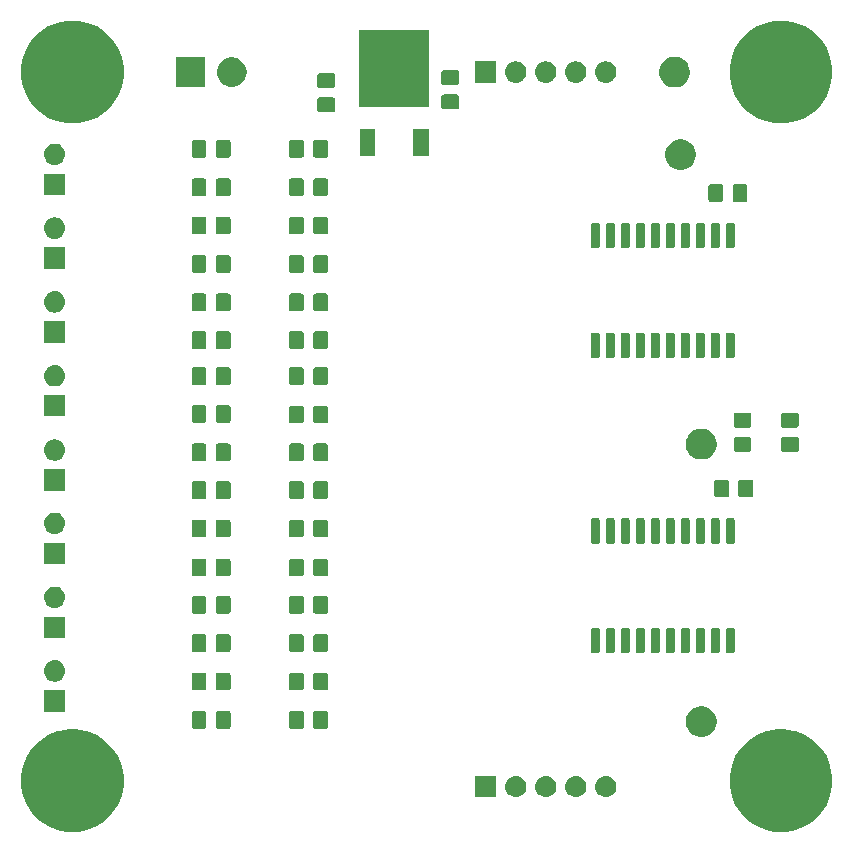
<source format=gbr>
G04 #@! TF.GenerationSoftware,KiCad,Pcbnew,(5.1.4-0-10_14)*
G04 #@! TF.CreationDate,2020-11-17T21:22:23+01:00*
G04 #@! TF.ProjectId,output_driver,6f757470-7574-45f6-9472-697665722e6b,rev?*
G04 #@! TF.SameCoordinates,Original*
G04 #@! TF.FileFunction,Soldermask,Top*
G04 #@! TF.FilePolarity,Negative*
%FSLAX46Y46*%
G04 Gerber Fmt 4.6, Leading zero omitted, Abs format (unit mm)*
G04 Created by KiCad (PCBNEW (5.1.4-0-10_14)) date 2020-11-17 21:22:23*
%MOMM*%
%LPD*%
G04 APERTURE LIST*
%ADD10C,0.100000*%
G04 APERTURE END LIST*
D10*
G36*
X120548156Y-110672794D02*
G01*
X121269140Y-110816206D01*
X122060972Y-111144193D01*
X122773601Y-111620357D01*
X123379643Y-112226399D01*
X123855807Y-112939028D01*
X124183794Y-113730860D01*
X124351000Y-114571464D01*
X124351000Y-115428536D01*
X124183794Y-116269140D01*
X123855807Y-117060972D01*
X123379643Y-117773601D01*
X122773601Y-118379643D01*
X122060972Y-118855807D01*
X121269140Y-119183794D01*
X120548156Y-119327206D01*
X120428537Y-119351000D01*
X119571463Y-119351000D01*
X119451844Y-119327206D01*
X118730860Y-119183794D01*
X117939028Y-118855807D01*
X117226399Y-118379643D01*
X116620357Y-117773601D01*
X116144193Y-117060972D01*
X115816206Y-116269140D01*
X115649000Y-115428536D01*
X115649000Y-114571464D01*
X115816206Y-113730860D01*
X116144193Y-112939028D01*
X116620357Y-112226399D01*
X117226399Y-111620357D01*
X117939028Y-111144193D01*
X118730860Y-110816206D01*
X119451844Y-110672794D01*
X119571463Y-110649000D01*
X120428537Y-110649000D01*
X120548156Y-110672794D01*
X120548156Y-110672794D01*
G37*
G36*
X60548156Y-110672794D02*
G01*
X61269140Y-110816206D01*
X62060972Y-111144193D01*
X62773601Y-111620357D01*
X63379643Y-112226399D01*
X63855807Y-112939028D01*
X64183794Y-113730860D01*
X64351000Y-114571464D01*
X64351000Y-115428536D01*
X64183794Y-116269140D01*
X63855807Y-117060972D01*
X63379643Y-117773601D01*
X62773601Y-118379643D01*
X62060972Y-118855807D01*
X61269140Y-119183794D01*
X60548156Y-119327206D01*
X60428537Y-119351000D01*
X59571463Y-119351000D01*
X59451844Y-119327206D01*
X58730860Y-119183794D01*
X57939028Y-118855807D01*
X57226399Y-118379643D01*
X56620357Y-117773601D01*
X56144193Y-117060972D01*
X55816206Y-116269140D01*
X55649000Y-115428536D01*
X55649000Y-114571464D01*
X55816206Y-113730860D01*
X56144193Y-112939028D01*
X56620357Y-112226399D01*
X57226399Y-111620357D01*
X57939028Y-111144193D01*
X58730860Y-110816206D01*
X59451844Y-110672794D01*
X59571463Y-110649000D01*
X60428537Y-110649000D01*
X60548156Y-110672794D01*
X60548156Y-110672794D01*
G37*
G36*
X105270443Y-114605519D02*
G01*
X105336627Y-114612037D01*
X105506466Y-114663557D01*
X105662991Y-114747222D01*
X105681836Y-114762688D01*
X105800186Y-114859814D01*
X105874737Y-114950656D01*
X105912778Y-114997009D01*
X105996443Y-115153534D01*
X106047963Y-115323373D01*
X106065359Y-115500000D01*
X106047963Y-115676627D01*
X105996443Y-115846466D01*
X105912778Y-116002991D01*
X105883448Y-116038729D01*
X105800186Y-116140186D01*
X105698729Y-116223448D01*
X105662991Y-116252778D01*
X105506466Y-116336443D01*
X105336627Y-116387963D01*
X105270443Y-116394481D01*
X105204260Y-116401000D01*
X105115740Y-116401000D01*
X105049557Y-116394481D01*
X104983373Y-116387963D01*
X104813534Y-116336443D01*
X104657009Y-116252778D01*
X104621271Y-116223448D01*
X104519814Y-116140186D01*
X104436552Y-116038729D01*
X104407222Y-116002991D01*
X104323557Y-115846466D01*
X104272037Y-115676627D01*
X104254641Y-115500000D01*
X104272037Y-115323373D01*
X104323557Y-115153534D01*
X104407222Y-114997009D01*
X104445263Y-114950656D01*
X104519814Y-114859814D01*
X104638164Y-114762688D01*
X104657009Y-114747222D01*
X104813534Y-114663557D01*
X104983373Y-114612037D01*
X105049557Y-114605519D01*
X105115740Y-114599000D01*
X105204260Y-114599000D01*
X105270443Y-114605519D01*
X105270443Y-114605519D01*
G37*
G36*
X102730443Y-114605519D02*
G01*
X102796627Y-114612037D01*
X102966466Y-114663557D01*
X103122991Y-114747222D01*
X103141836Y-114762688D01*
X103260186Y-114859814D01*
X103334737Y-114950656D01*
X103372778Y-114997009D01*
X103456443Y-115153534D01*
X103507963Y-115323373D01*
X103525359Y-115500000D01*
X103507963Y-115676627D01*
X103456443Y-115846466D01*
X103372778Y-116002991D01*
X103343448Y-116038729D01*
X103260186Y-116140186D01*
X103158729Y-116223448D01*
X103122991Y-116252778D01*
X102966466Y-116336443D01*
X102796627Y-116387963D01*
X102730443Y-116394481D01*
X102664260Y-116401000D01*
X102575740Y-116401000D01*
X102509557Y-116394481D01*
X102443373Y-116387963D01*
X102273534Y-116336443D01*
X102117009Y-116252778D01*
X102081271Y-116223448D01*
X101979814Y-116140186D01*
X101896552Y-116038729D01*
X101867222Y-116002991D01*
X101783557Y-115846466D01*
X101732037Y-115676627D01*
X101714641Y-115500000D01*
X101732037Y-115323373D01*
X101783557Y-115153534D01*
X101867222Y-114997009D01*
X101905263Y-114950656D01*
X101979814Y-114859814D01*
X102098164Y-114762688D01*
X102117009Y-114747222D01*
X102273534Y-114663557D01*
X102443373Y-114612037D01*
X102509557Y-114605519D01*
X102575740Y-114599000D01*
X102664260Y-114599000D01*
X102730443Y-114605519D01*
X102730443Y-114605519D01*
G37*
G36*
X100190443Y-114605519D02*
G01*
X100256627Y-114612037D01*
X100426466Y-114663557D01*
X100582991Y-114747222D01*
X100601836Y-114762688D01*
X100720186Y-114859814D01*
X100794737Y-114950656D01*
X100832778Y-114997009D01*
X100916443Y-115153534D01*
X100967963Y-115323373D01*
X100985359Y-115500000D01*
X100967963Y-115676627D01*
X100916443Y-115846466D01*
X100832778Y-116002991D01*
X100803448Y-116038729D01*
X100720186Y-116140186D01*
X100618729Y-116223448D01*
X100582991Y-116252778D01*
X100426466Y-116336443D01*
X100256627Y-116387963D01*
X100190443Y-116394481D01*
X100124260Y-116401000D01*
X100035740Y-116401000D01*
X99969557Y-116394481D01*
X99903373Y-116387963D01*
X99733534Y-116336443D01*
X99577009Y-116252778D01*
X99541271Y-116223448D01*
X99439814Y-116140186D01*
X99356552Y-116038729D01*
X99327222Y-116002991D01*
X99243557Y-115846466D01*
X99192037Y-115676627D01*
X99174641Y-115500000D01*
X99192037Y-115323373D01*
X99243557Y-115153534D01*
X99327222Y-114997009D01*
X99365263Y-114950656D01*
X99439814Y-114859814D01*
X99558164Y-114762688D01*
X99577009Y-114747222D01*
X99733534Y-114663557D01*
X99903373Y-114612037D01*
X99969557Y-114605519D01*
X100035740Y-114599000D01*
X100124260Y-114599000D01*
X100190443Y-114605519D01*
X100190443Y-114605519D01*
G37*
G36*
X97650443Y-114605519D02*
G01*
X97716627Y-114612037D01*
X97886466Y-114663557D01*
X98042991Y-114747222D01*
X98061836Y-114762688D01*
X98180186Y-114859814D01*
X98254737Y-114950656D01*
X98292778Y-114997009D01*
X98376443Y-115153534D01*
X98427963Y-115323373D01*
X98445359Y-115500000D01*
X98427963Y-115676627D01*
X98376443Y-115846466D01*
X98292778Y-116002991D01*
X98263448Y-116038729D01*
X98180186Y-116140186D01*
X98078729Y-116223448D01*
X98042991Y-116252778D01*
X97886466Y-116336443D01*
X97716627Y-116387963D01*
X97650443Y-116394481D01*
X97584260Y-116401000D01*
X97495740Y-116401000D01*
X97429557Y-116394481D01*
X97363373Y-116387963D01*
X97193534Y-116336443D01*
X97037009Y-116252778D01*
X97001271Y-116223448D01*
X96899814Y-116140186D01*
X96816552Y-116038729D01*
X96787222Y-116002991D01*
X96703557Y-115846466D01*
X96652037Y-115676627D01*
X96634641Y-115500000D01*
X96652037Y-115323373D01*
X96703557Y-115153534D01*
X96787222Y-114997009D01*
X96825263Y-114950656D01*
X96899814Y-114859814D01*
X97018164Y-114762688D01*
X97037009Y-114747222D01*
X97193534Y-114663557D01*
X97363373Y-114612037D01*
X97429557Y-114605519D01*
X97495740Y-114599000D01*
X97584260Y-114599000D01*
X97650443Y-114605519D01*
X97650443Y-114605519D01*
G37*
G36*
X95901000Y-116401000D02*
G01*
X94099000Y-116401000D01*
X94099000Y-114599000D01*
X95901000Y-114599000D01*
X95901000Y-116401000D01*
X95901000Y-116401000D01*
G37*
G36*
X113629487Y-108748996D02*
G01*
X113866253Y-108847068D01*
X113866255Y-108847069D01*
X114079339Y-108989447D01*
X114260553Y-109170661D01*
X114394531Y-109371173D01*
X114402932Y-109383747D01*
X114501004Y-109620513D01*
X114551000Y-109871861D01*
X114551000Y-110128139D01*
X114501004Y-110379487D01*
X114411416Y-110595770D01*
X114402931Y-110616255D01*
X114260553Y-110829339D01*
X114079339Y-111010553D01*
X113866255Y-111152931D01*
X113866254Y-111152932D01*
X113866253Y-111152932D01*
X113629487Y-111251004D01*
X113378139Y-111301000D01*
X113121861Y-111301000D01*
X112870513Y-111251004D01*
X112633747Y-111152932D01*
X112633746Y-111152932D01*
X112633745Y-111152931D01*
X112420661Y-111010553D01*
X112239447Y-110829339D01*
X112097069Y-110616255D01*
X112088584Y-110595770D01*
X111998996Y-110379487D01*
X111949000Y-110128139D01*
X111949000Y-109871861D01*
X111998996Y-109620513D01*
X112097068Y-109383747D01*
X112105470Y-109371173D01*
X112239447Y-109170661D01*
X112420661Y-108989447D01*
X112633745Y-108847069D01*
X112633747Y-108847068D01*
X112870513Y-108748996D01*
X113121861Y-108699000D01*
X113378139Y-108699000D01*
X113629487Y-108748996D01*
X113629487Y-108748996D01*
G37*
G36*
X71188674Y-109103465D02*
G01*
X71226367Y-109114899D01*
X71261103Y-109133466D01*
X71291548Y-109158452D01*
X71316534Y-109188897D01*
X71335101Y-109223633D01*
X71346535Y-109261326D01*
X71351000Y-109306661D01*
X71351000Y-110393339D01*
X71346535Y-110438674D01*
X71335101Y-110476367D01*
X71316534Y-110511103D01*
X71291548Y-110541548D01*
X71261103Y-110566534D01*
X71226367Y-110585101D01*
X71188674Y-110596535D01*
X71143339Y-110601000D01*
X70306661Y-110601000D01*
X70261326Y-110596535D01*
X70223633Y-110585101D01*
X70188897Y-110566534D01*
X70158452Y-110541548D01*
X70133466Y-110511103D01*
X70114899Y-110476367D01*
X70103465Y-110438674D01*
X70099000Y-110393339D01*
X70099000Y-109306661D01*
X70103465Y-109261326D01*
X70114899Y-109223633D01*
X70133466Y-109188897D01*
X70158452Y-109158452D01*
X70188897Y-109133466D01*
X70223633Y-109114899D01*
X70261326Y-109103465D01*
X70306661Y-109099000D01*
X71143339Y-109099000D01*
X71188674Y-109103465D01*
X71188674Y-109103465D01*
G37*
G36*
X73238674Y-109103465D02*
G01*
X73276367Y-109114899D01*
X73311103Y-109133466D01*
X73341548Y-109158452D01*
X73366534Y-109188897D01*
X73385101Y-109223633D01*
X73396535Y-109261326D01*
X73401000Y-109306661D01*
X73401000Y-110393339D01*
X73396535Y-110438674D01*
X73385101Y-110476367D01*
X73366534Y-110511103D01*
X73341548Y-110541548D01*
X73311103Y-110566534D01*
X73276367Y-110585101D01*
X73238674Y-110596535D01*
X73193339Y-110601000D01*
X72356661Y-110601000D01*
X72311326Y-110596535D01*
X72273633Y-110585101D01*
X72238897Y-110566534D01*
X72208452Y-110541548D01*
X72183466Y-110511103D01*
X72164899Y-110476367D01*
X72153465Y-110438674D01*
X72149000Y-110393339D01*
X72149000Y-109306661D01*
X72153465Y-109261326D01*
X72164899Y-109223633D01*
X72183466Y-109188897D01*
X72208452Y-109158452D01*
X72238897Y-109133466D01*
X72273633Y-109114899D01*
X72311326Y-109103465D01*
X72356661Y-109099000D01*
X73193339Y-109099000D01*
X73238674Y-109103465D01*
X73238674Y-109103465D01*
G37*
G36*
X79438674Y-109103465D02*
G01*
X79476367Y-109114899D01*
X79511103Y-109133466D01*
X79541548Y-109158452D01*
X79566534Y-109188897D01*
X79585101Y-109223633D01*
X79596535Y-109261326D01*
X79601000Y-109306661D01*
X79601000Y-110393339D01*
X79596535Y-110438674D01*
X79585101Y-110476367D01*
X79566534Y-110511103D01*
X79541548Y-110541548D01*
X79511103Y-110566534D01*
X79476367Y-110585101D01*
X79438674Y-110596535D01*
X79393339Y-110601000D01*
X78556661Y-110601000D01*
X78511326Y-110596535D01*
X78473633Y-110585101D01*
X78438897Y-110566534D01*
X78408452Y-110541548D01*
X78383466Y-110511103D01*
X78364899Y-110476367D01*
X78353465Y-110438674D01*
X78349000Y-110393339D01*
X78349000Y-109306661D01*
X78353465Y-109261326D01*
X78364899Y-109223633D01*
X78383466Y-109188897D01*
X78408452Y-109158452D01*
X78438897Y-109133466D01*
X78473633Y-109114899D01*
X78511326Y-109103465D01*
X78556661Y-109099000D01*
X79393339Y-109099000D01*
X79438674Y-109103465D01*
X79438674Y-109103465D01*
G37*
G36*
X81488674Y-109103465D02*
G01*
X81526367Y-109114899D01*
X81561103Y-109133466D01*
X81591548Y-109158452D01*
X81616534Y-109188897D01*
X81635101Y-109223633D01*
X81646535Y-109261326D01*
X81651000Y-109306661D01*
X81651000Y-110393339D01*
X81646535Y-110438674D01*
X81635101Y-110476367D01*
X81616534Y-110511103D01*
X81591548Y-110541548D01*
X81561103Y-110566534D01*
X81526367Y-110585101D01*
X81488674Y-110596535D01*
X81443339Y-110601000D01*
X80606661Y-110601000D01*
X80561326Y-110596535D01*
X80523633Y-110585101D01*
X80488897Y-110566534D01*
X80458452Y-110541548D01*
X80433466Y-110511103D01*
X80414899Y-110476367D01*
X80403465Y-110438674D01*
X80399000Y-110393339D01*
X80399000Y-109306661D01*
X80403465Y-109261326D01*
X80414899Y-109223633D01*
X80433466Y-109188897D01*
X80458452Y-109158452D01*
X80488897Y-109133466D01*
X80523633Y-109114899D01*
X80561326Y-109103465D01*
X80606661Y-109099000D01*
X81443339Y-109099000D01*
X81488674Y-109103465D01*
X81488674Y-109103465D01*
G37*
G36*
X59401000Y-109151000D02*
G01*
X57599000Y-109151000D01*
X57599000Y-107349000D01*
X59401000Y-107349000D01*
X59401000Y-109151000D01*
X59401000Y-109151000D01*
G37*
G36*
X71188674Y-105853465D02*
G01*
X71226367Y-105864899D01*
X71261103Y-105883466D01*
X71291548Y-105908452D01*
X71316534Y-105938897D01*
X71335101Y-105973633D01*
X71346535Y-106011326D01*
X71351000Y-106056661D01*
X71351000Y-107143339D01*
X71346535Y-107188674D01*
X71335101Y-107226367D01*
X71316534Y-107261103D01*
X71291548Y-107291548D01*
X71261103Y-107316534D01*
X71226367Y-107335101D01*
X71188674Y-107346535D01*
X71143339Y-107351000D01*
X70306661Y-107351000D01*
X70261326Y-107346535D01*
X70223633Y-107335101D01*
X70188897Y-107316534D01*
X70158452Y-107291548D01*
X70133466Y-107261103D01*
X70114899Y-107226367D01*
X70103465Y-107188674D01*
X70099000Y-107143339D01*
X70099000Y-106056661D01*
X70103465Y-106011326D01*
X70114899Y-105973633D01*
X70133466Y-105938897D01*
X70158452Y-105908452D01*
X70188897Y-105883466D01*
X70223633Y-105864899D01*
X70261326Y-105853465D01*
X70306661Y-105849000D01*
X71143339Y-105849000D01*
X71188674Y-105853465D01*
X71188674Y-105853465D01*
G37*
G36*
X73238674Y-105853465D02*
G01*
X73276367Y-105864899D01*
X73311103Y-105883466D01*
X73341548Y-105908452D01*
X73366534Y-105938897D01*
X73385101Y-105973633D01*
X73396535Y-106011326D01*
X73401000Y-106056661D01*
X73401000Y-107143339D01*
X73396535Y-107188674D01*
X73385101Y-107226367D01*
X73366534Y-107261103D01*
X73341548Y-107291548D01*
X73311103Y-107316534D01*
X73276367Y-107335101D01*
X73238674Y-107346535D01*
X73193339Y-107351000D01*
X72356661Y-107351000D01*
X72311326Y-107346535D01*
X72273633Y-107335101D01*
X72238897Y-107316534D01*
X72208452Y-107291548D01*
X72183466Y-107261103D01*
X72164899Y-107226367D01*
X72153465Y-107188674D01*
X72149000Y-107143339D01*
X72149000Y-106056661D01*
X72153465Y-106011326D01*
X72164899Y-105973633D01*
X72183466Y-105938897D01*
X72208452Y-105908452D01*
X72238897Y-105883466D01*
X72273633Y-105864899D01*
X72311326Y-105853465D01*
X72356661Y-105849000D01*
X73193339Y-105849000D01*
X73238674Y-105853465D01*
X73238674Y-105853465D01*
G37*
G36*
X79438674Y-105853465D02*
G01*
X79476367Y-105864899D01*
X79511103Y-105883466D01*
X79541548Y-105908452D01*
X79566534Y-105938897D01*
X79585101Y-105973633D01*
X79596535Y-106011326D01*
X79601000Y-106056661D01*
X79601000Y-107143339D01*
X79596535Y-107188674D01*
X79585101Y-107226367D01*
X79566534Y-107261103D01*
X79541548Y-107291548D01*
X79511103Y-107316534D01*
X79476367Y-107335101D01*
X79438674Y-107346535D01*
X79393339Y-107351000D01*
X78556661Y-107351000D01*
X78511326Y-107346535D01*
X78473633Y-107335101D01*
X78438897Y-107316534D01*
X78408452Y-107291548D01*
X78383466Y-107261103D01*
X78364899Y-107226367D01*
X78353465Y-107188674D01*
X78349000Y-107143339D01*
X78349000Y-106056661D01*
X78353465Y-106011326D01*
X78364899Y-105973633D01*
X78383466Y-105938897D01*
X78408452Y-105908452D01*
X78438897Y-105883466D01*
X78473633Y-105864899D01*
X78511326Y-105853465D01*
X78556661Y-105849000D01*
X79393339Y-105849000D01*
X79438674Y-105853465D01*
X79438674Y-105853465D01*
G37*
G36*
X81488674Y-105853465D02*
G01*
X81526367Y-105864899D01*
X81561103Y-105883466D01*
X81591548Y-105908452D01*
X81616534Y-105938897D01*
X81635101Y-105973633D01*
X81646535Y-106011326D01*
X81651000Y-106056661D01*
X81651000Y-107143339D01*
X81646535Y-107188674D01*
X81635101Y-107226367D01*
X81616534Y-107261103D01*
X81591548Y-107291548D01*
X81561103Y-107316534D01*
X81526367Y-107335101D01*
X81488674Y-107346535D01*
X81443339Y-107351000D01*
X80606661Y-107351000D01*
X80561326Y-107346535D01*
X80523633Y-107335101D01*
X80488897Y-107316534D01*
X80458452Y-107291548D01*
X80433466Y-107261103D01*
X80414899Y-107226367D01*
X80403465Y-107188674D01*
X80399000Y-107143339D01*
X80399000Y-106056661D01*
X80403465Y-106011326D01*
X80414899Y-105973633D01*
X80433466Y-105938897D01*
X80458452Y-105908452D01*
X80488897Y-105883466D01*
X80523633Y-105864899D01*
X80561326Y-105853465D01*
X80606661Y-105849000D01*
X81443339Y-105849000D01*
X81488674Y-105853465D01*
X81488674Y-105853465D01*
G37*
G36*
X58610442Y-104815518D02*
G01*
X58676627Y-104822037D01*
X58846466Y-104873557D01*
X59002991Y-104957222D01*
X59038729Y-104986552D01*
X59140186Y-105069814D01*
X59223448Y-105171271D01*
X59252778Y-105207009D01*
X59336443Y-105363534D01*
X59387963Y-105533373D01*
X59405359Y-105710000D01*
X59387963Y-105886627D01*
X59336443Y-106056466D01*
X59252778Y-106212991D01*
X59223448Y-106248729D01*
X59140186Y-106350186D01*
X59038729Y-106433448D01*
X59002991Y-106462778D01*
X58846466Y-106546443D01*
X58676627Y-106597963D01*
X58610442Y-106604482D01*
X58544260Y-106611000D01*
X58455740Y-106611000D01*
X58389558Y-106604482D01*
X58323373Y-106597963D01*
X58153534Y-106546443D01*
X57997009Y-106462778D01*
X57961271Y-106433448D01*
X57859814Y-106350186D01*
X57776552Y-106248729D01*
X57747222Y-106212991D01*
X57663557Y-106056466D01*
X57612037Y-105886627D01*
X57594641Y-105710000D01*
X57612037Y-105533373D01*
X57663557Y-105363534D01*
X57747222Y-105207009D01*
X57776552Y-105171271D01*
X57859814Y-105069814D01*
X57961271Y-104986552D01*
X57997009Y-104957222D01*
X58153534Y-104873557D01*
X58323373Y-104822037D01*
X58389558Y-104815518D01*
X58455740Y-104809000D01*
X58544260Y-104809000D01*
X58610442Y-104815518D01*
X58610442Y-104815518D01*
G37*
G36*
X115974928Y-102076764D02*
G01*
X115996009Y-102083160D01*
X116015445Y-102093548D01*
X116032476Y-102107524D01*
X116046452Y-102124555D01*
X116056840Y-102143991D01*
X116063236Y-102165072D01*
X116066000Y-102193140D01*
X116066000Y-104106860D01*
X116063236Y-104134928D01*
X116056840Y-104156009D01*
X116046452Y-104175445D01*
X116032476Y-104192476D01*
X116015445Y-104206452D01*
X115996009Y-104216840D01*
X115974928Y-104223236D01*
X115946860Y-104226000D01*
X115483140Y-104226000D01*
X115455072Y-104223236D01*
X115433991Y-104216840D01*
X115414555Y-104206452D01*
X115397524Y-104192476D01*
X115383548Y-104175445D01*
X115373160Y-104156009D01*
X115366764Y-104134928D01*
X115364000Y-104106860D01*
X115364000Y-102193140D01*
X115366764Y-102165072D01*
X115373160Y-102143991D01*
X115383548Y-102124555D01*
X115397524Y-102107524D01*
X115414555Y-102093548D01*
X115433991Y-102083160D01*
X115455072Y-102076764D01*
X115483140Y-102074000D01*
X115946860Y-102074000D01*
X115974928Y-102076764D01*
X115974928Y-102076764D01*
G37*
G36*
X110894928Y-102076764D02*
G01*
X110916009Y-102083160D01*
X110935445Y-102093548D01*
X110952476Y-102107524D01*
X110966452Y-102124555D01*
X110976840Y-102143991D01*
X110983236Y-102165072D01*
X110986000Y-102193140D01*
X110986000Y-104106860D01*
X110983236Y-104134928D01*
X110976840Y-104156009D01*
X110966452Y-104175445D01*
X110952476Y-104192476D01*
X110935445Y-104206452D01*
X110916009Y-104216840D01*
X110894928Y-104223236D01*
X110866860Y-104226000D01*
X110403140Y-104226000D01*
X110375072Y-104223236D01*
X110353991Y-104216840D01*
X110334555Y-104206452D01*
X110317524Y-104192476D01*
X110303548Y-104175445D01*
X110293160Y-104156009D01*
X110286764Y-104134928D01*
X110284000Y-104106860D01*
X110284000Y-102193140D01*
X110286764Y-102165072D01*
X110293160Y-102143991D01*
X110303548Y-102124555D01*
X110317524Y-102107524D01*
X110334555Y-102093548D01*
X110353991Y-102083160D01*
X110375072Y-102076764D01*
X110403140Y-102074000D01*
X110866860Y-102074000D01*
X110894928Y-102076764D01*
X110894928Y-102076764D01*
G37*
G36*
X112164928Y-102076764D02*
G01*
X112186009Y-102083160D01*
X112205445Y-102093548D01*
X112222476Y-102107524D01*
X112236452Y-102124555D01*
X112246840Y-102143991D01*
X112253236Y-102165072D01*
X112256000Y-102193140D01*
X112256000Y-104106860D01*
X112253236Y-104134928D01*
X112246840Y-104156009D01*
X112236452Y-104175445D01*
X112222476Y-104192476D01*
X112205445Y-104206452D01*
X112186009Y-104216840D01*
X112164928Y-104223236D01*
X112136860Y-104226000D01*
X111673140Y-104226000D01*
X111645072Y-104223236D01*
X111623991Y-104216840D01*
X111604555Y-104206452D01*
X111587524Y-104192476D01*
X111573548Y-104175445D01*
X111563160Y-104156009D01*
X111556764Y-104134928D01*
X111554000Y-104106860D01*
X111554000Y-102193140D01*
X111556764Y-102165072D01*
X111563160Y-102143991D01*
X111573548Y-102124555D01*
X111587524Y-102107524D01*
X111604555Y-102093548D01*
X111623991Y-102083160D01*
X111645072Y-102076764D01*
X111673140Y-102074000D01*
X112136860Y-102074000D01*
X112164928Y-102076764D01*
X112164928Y-102076764D01*
G37*
G36*
X113434928Y-102076764D02*
G01*
X113456009Y-102083160D01*
X113475445Y-102093548D01*
X113492476Y-102107524D01*
X113506452Y-102124555D01*
X113516840Y-102143991D01*
X113523236Y-102165072D01*
X113526000Y-102193140D01*
X113526000Y-104106860D01*
X113523236Y-104134928D01*
X113516840Y-104156009D01*
X113506452Y-104175445D01*
X113492476Y-104192476D01*
X113475445Y-104206452D01*
X113456009Y-104216840D01*
X113434928Y-104223236D01*
X113406860Y-104226000D01*
X112943140Y-104226000D01*
X112915072Y-104223236D01*
X112893991Y-104216840D01*
X112874555Y-104206452D01*
X112857524Y-104192476D01*
X112843548Y-104175445D01*
X112833160Y-104156009D01*
X112826764Y-104134928D01*
X112824000Y-104106860D01*
X112824000Y-102193140D01*
X112826764Y-102165072D01*
X112833160Y-102143991D01*
X112843548Y-102124555D01*
X112857524Y-102107524D01*
X112874555Y-102093548D01*
X112893991Y-102083160D01*
X112915072Y-102076764D01*
X112943140Y-102074000D01*
X113406860Y-102074000D01*
X113434928Y-102076764D01*
X113434928Y-102076764D01*
G37*
G36*
X114704928Y-102076764D02*
G01*
X114726009Y-102083160D01*
X114745445Y-102093548D01*
X114762476Y-102107524D01*
X114776452Y-102124555D01*
X114786840Y-102143991D01*
X114793236Y-102165072D01*
X114796000Y-102193140D01*
X114796000Y-104106860D01*
X114793236Y-104134928D01*
X114786840Y-104156009D01*
X114776452Y-104175445D01*
X114762476Y-104192476D01*
X114745445Y-104206452D01*
X114726009Y-104216840D01*
X114704928Y-104223236D01*
X114676860Y-104226000D01*
X114213140Y-104226000D01*
X114185072Y-104223236D01*
X114163991Y-104216840D01*
X114144555Y-104206452D01*
X114127524Y-104192476D01*
X114113548Y-104175445D01*
X114103160Y-104156009D01*
X114096764Y-104134928D01*
X114094000Y-104106860D01*
X114094000Y-102193140D01*
X114096764Y-102165072D01*
X114103160Y-102143991D01*
X114113548Y-102124555D01*
X114127524Y-102107524D01*
X114144555Y-102093548D01*
X114163991Y-102083160D01*
X114185072Y-102076764D01*
X114213140Y-102074000D01*
X114676860Y-102074000D01*
X114704928Y-102076764D01*
X114704928Y-102076764D01*
G37*
G36*
X107084928Y-102076764D02*
G01*
X107106009Y-102083160D01*
X107125445Y-102093548D01*
X107142476Y-102107524D01*
X107156452Y-102124555D01*
X107166840Y-102143991D01*
X107173236Y-102165072D01*
X107176000Y-102193140D01*
X107176000Y-104106860D01*
X107173236Y-104134928D01*
X107166840Y-104156009D01*
X107156452Y-104175445D01*
X107142476Y-104192476D01*
X107125445Y-104206452D01*
X107106009Y-104216840D01*
X107084928Y-104223236D01*
X107056860Y-104226000D01*
X106593140Y-104226000D01*
X106565072Y-104223236D01*
X106543991Y-104216840D01*
X106524555Y-104206452D01*
X106507524Y-104192476D01*
X106493548Y-104175445D01*
X106483160Y-104156009D01*
X106476764Y-104134928D01*
X106474000Y-104106860D01*
X106474000Y-102193140D01*
X106476764Y-102165072D01*
X106483160Y-102143991D01*
X106493548Y-102124555D01*
X106507524Y-102107524D01*
X106524555Y-102093548D01*
X106543991Y-102083160D01*
X106565072Y-102076764D01*
X106593140Y-102074000D01*
X107056860Y-102074000D01*
X107084928Y-102076764D01*
X107084928Y-102076764D01*
G37*
G36*
X105814928Y-102076764D02*
G01*
X105836009Y-102083160D01*
X105855445Y-102093548D01*
X105872476Y-102107524D01*
X105886452Y-102124555D01*
X105896840Y-102143991D01*
X105903236Y-102165072D01*
X105906000Y-102193140D01*
X105906000Y-104106860D01*
X105903236Y-104134928D01*
X105896840Y-104156009D01*
X105886452Y-104175445D01*
X105872476Y-104192476D01*
X105855445Y-104206452D01*
X105836009Y-104216840D01*
X105814928Y-104223236D01*
X105786860Y-104226000D01*
X105323140Y-104226000D01*
X105295072Y-104223236D01*
X105273991Y-104216840D01*
X105254555Y-104206452D01*
X105237524Y-104192476D01*
X105223548Y-104175445D01*
X105213160Y-104156009D01*
X105206764Y-104134928D01*
X105204000Y-104106860D01*
X105204000Y-102193140D01*
X105206764Y-102165072D01*
X105213160Y-102143991D01*
X105223548Y-102124555D01*
X105237524Y-102107524D01*
X105254555Y-102093548D01*
X105273991Y-102083160D01*
X105295072Y-102076764D01*
X105323140Y-102074000D01*
X105786860Y-102074000D01*
X105814928Y-102076764D01*
X105814928Y-102076764D01*
G37*
G36*
X109624928Y-102076764D02*
G01*
X109646009Y-102083160D01*
X109665445Y-102093548D01*
X109682476Y-102107524D01*
X109696452Y-102124555D01*
X109706840Y-102143991D01*
X109713236Y-102165072D01*
X109716000Y-102193140D01*
X109716000Y-104106860D01*
X109713236Y-104134928D01*
X109706840Y-104156009D01*
X109696452Y-104175445D01*
X109682476Y-104192476D01*
X109665445Y-104206452D01*
X109646009Y-104216840D01*
X109624928Y-104223236D01*
X109596860Y-104226000D01*
X109133140Y-104226000D01*
X109105072Y-104223236D01*
X109083991Y-104216840D01*
X109064555Y-104206452D01*
X109047524Y-104192476D01*
X109033548Y-104175445D01*
X109023160Y-104156009D01*
X109016764Y-104134928D01*
X109014000Y-104106860D01*
X109014000Y-102193140D01*
X109016764Y-102165072D01*
X109023160Y-102143991D01*
X109033548Y-102124555D01*
X109047524Y-102107524D01*
X109064555Y-102093548D01*
X109083991Y-102083160D01*
X109105072Y-102076764D01*
X109133140Y-102074000D01*
X109596860Y-102074000D01*
X109624928Y-102076764D01*
X109624928Y-102076764D01*
G37*
G36*
X104544928Y-102076764D02*
G01*
X104566009Y-102083160D01*
X104585445Y-102093548D01*
X104602476Y-102107524D01*
X104616452Y-102124555D01*
X104626840Y-102143991D01*
X104633236Y-102165072D01*
X104636000Y-102193140D01*
X104636000Y-104106860D01*
X104633236Y-104134928D01*
X104626840Y-104156009D01*
X104616452Y-104175445D01*
X104602476Y-104192476D01*
X104585445Y-104206452D01*
X104566009Y-104216840D01*
X104544928Y-104223236D01*
X104516860Y-104226000D01*
X104053140Y-104226000D01*
X104025072Y-104223236D01*
X104003991Y-104216840D01*
X103984555Y-104206452D01*
X103967524Y-104192476D01*
X103953548Y-104175445D01*
X103943160Y-104156009D01*
X103936764Y-104134928D01*
X103934000Y-104106860D01*
X103934000Y-102193140D01*
X103936764Y-102165072D01*
X103943160Y-102143991D01*
X103953548Y-102124555D01*
X103967524Y-102107524D01*
X103984555Y-102093548D01*
X104003991Y-102083160D01*
X104025072Y-102076764D01*
X104053140Y-102074000D01*
X104516860Y-102074000D01*
X104544928Y-102076764D01*
X104544928Y-102076764D01*
G37*
G36*
X108354928Y-102076764D02*
G01*
X108376009Y-102083160D01*
X108395445Y-102093548D01*
X108412476Y-102107524D01*
X108426452Y-102124555D01*
X108436840Y-102143991D01*
X108443236Y-102165072D01*
X108446000Y-102193140D01*
X108446000Y-104106860D01*
X108443236Y-104134928D01*
X108436840Y-104156009D01*
X108426452Y-104175445D01*
X108412476Y-104192476D01*
X108395445Y-104206452D01*
X108376009Y-104216840D01*
X108354928Y-104223236D01*
X108326860Y-104226000D01*
X107863140Y-104226000D01*
X107835072Y-104223236D01*
X107813991Y-104216840D01*
X107794555Y-104206452D01*
X107777524Y-104192476D01*
X107763548Y-104175445D01*
X107753160Y-104156009D01*
X107746764Y-104134928D01*
X107744000Y-104106860D01*
X107744000Y-102193140D01*
X107746764Y-102165072D01*
X107753160Y-102143991D01*
X107763548Y-102124555D01*
X107777524Y-102107524D01*
X107794555Y-102093548D01*
X107813991Y-102083160D01*
X107835072Y-102076764D01*
X107863140Y-102074000D01*
X108326860Y-102074000D01*
X108354928Y-102076764D01*
X108354928Y-102076764D01*
G37*
G36*
X73238674Y-102603465D02*
G01*
X73276367Y-102614899D01*
X73311103Y-102633466D01*
X73341548Y-102658452D01*
X73366534Y-102688897D01*
X73385101Y-102723633D01*
X73396535Y-102761326D01*
X73401000Y-102806661D01*
X73401000Y-103893339D01*
X73396535Y-103938674D01*
X73385101Y-103976367D01*
X73366534Y-104011103D01*
X73341548Y-104041548D01*
X73311103Y-104066534D01*
X73276367Y-104085101D01*
X73238674Y-104096535D01*
X73193339Y-104101000D01*
X72356661Y-104101000D01*
X72311326Y-104096535D01*
X72273633Y-104085101D01*
X72238897Y-104066534D01*
X72208452Y-104041548D01*
X72183466Y-104011103D01*
X72164899Y-103976367D01*
X72153465Y-103938674D01*
X72149000Y-103893339D01*
X72149000Y-102806661D01*
X72153465Y-102761326D01*
X72164899Y-102723633D01*
X72183466Y-102688897D01*
X72208452Y-102658452D01*
X72238897Y-102633466D01*
X72273633Y-102614899D01*
X72311326Y-102603465D01*
X72356661Y-102599000D01*
X73193339Y-102599000D01*
X73238674Y-102603465D01*
X73238674Y-102603465D01*
G37*
G36*
X71188674Y-102603465D02*
G01*
X71226367Y-102614899D01*
X71261103Y-102633466D01*
X71291548Y-102658452D01*
X71316534Y-102688897D01*
X71335101Y-102723633D01*
X71346535Y-102761326D01*
X71351000Y-102806661D01*
X71351000Y-103893339D01*
X71346535Y-103938674D01*
X71335101Y-103976367D01*
X71316534Y-104011103D01*
X71291548Y-104041548D01*
X71261103Y-104066534D01*
X71226367Y-104085101D01*
X71188674Y-104096535D01*
X71143339Y-104101000D01*
X70306661Y-104101000D01*
X70261326Y-104096535D01*
X70223633Y-104085101D01*
X70188897Y-104066534D01*
X70158452Y-104041548D01*
X70133466Y-104011103D01*
X70114899Y-103976367D01*
X70103465Y-103938674D01*
X70099000Y-103893339D01*
X70099000Y-102806661D01*
X70103465Y-102761326D01*
X70114899Y-102723633D01*
X70133466Y-102688897D01*
X70158452Y-102658452D01*
X70188897Y-102633466D01*
X70223633Y-102614899D01*
X70261326Y-102603465D01*
X70306661Y-102599000D01*
X71143339Y-102599000D01*
X71188674Y-102603465D01*
X71188674Y-102603465D01*
G37*
G36*
X79438674Y-102603465D02*
G01*
X79476367Y-102614899D01*
X79511103Y-102633466D01*
X79541548Y-102658452D01*
X79566534Y-102688897D01*
X79585101Y-102723633D01*
X79596535Y-102761326D01*
X79601000Y-102806661D01*
X79601000Y-103893339D01*
X79596535Y-103938674D01*
X79585101Y-103976367D01*
X79566534Y-104011103D01*
X79541548Y-104041548D01*
X79511103Y-104066534D01*
X79476367Y-104085101D01*
X79438674Y-104096535D01*
X79393339Y-104101000D01*
X78556661Y-104101000D01*
X78511326Y-104096535D01*
X78473633Y-104085101D01*
X78438897Y-104066534D01*
X78408452Y-104041548D01*
X78383466Y-104011103D01*
X78364899Y-103976367D01*
X78353465Y-103938674D01*
X78349000Y-103893339D01*
X78349000Y-102806661D01*
X78353465Y-102761326D01*
X78364899Y-102723633D01*
X78383466Y-102688897D01*
X78408452Y-102658452D01*
X78438897Y-102633466D01*
X78473633Y-102614899D01*
X78511326Y-102603465D01*
X78556661Y-102599000D01*
X79393339Y-102599000D01*
X79438674Y-102603465D01*
X79438674Y-102603465D01*
G37*
G36*
X81488674Y-102603465D02*
G01*
X81526367Y-102614899D01*
X81561103Y-102633466D01*
X81591548Y-102658452D01*
X81616534Y-102688897D01*
X81635101Y-102723633D01*
X81646535Y-102761326D01*
X81651000Y-102806661D01*
X81651000Y-103893339D01*
X81646535Y-103938674D01*
X81635101Y-103976367D01*
X81616534Y-104011103D01*
X81591548Y-104041548D01*
X81561103Y-104066534D01*
X81526367Y-104085101D01*
X81488674Y-104096535D01*
X81443339Y-104101000D01*
X80606661Y-104101000D01*
X80561326Y-104096535D01*
X80523633Y-104085101D01*
X80488897Y-104066534D01*
X80458452Y-104041548D01*
X80433466Y-104011103D01*
X80414899Y-103976367D01*
X80403465Y-103938674D01*
X80399000Y-103893339D01*
X80399000Y-102806661D01*
X80403465Y-102761326D01*
X80414899Y-102723633D01*
X80433466Y-102688897D01*
X80458452Y-102658452D01*
X80488897Y-102633466D01*
X80523633Y-102614899D01*
X80561326Y-102603465D01*
X80606661Y-102599000D01*
X81443339Y-102599000D01*
X81488674Y-102603465D01*
X81488674Y-102603465D01*
G37*
G36*
X59401000Y-102901000D02*
G01*
X57599000Y-102901000D01*
X57599000Y-101099000D01*
X59401000Y-101099000D01*
X59401000Y-102901000D01*
X59401000Y-102901000D01*
G37*
G36*
X73238674Y-99353465D02*
G01*
X73276367Y-99364899D01*
X73311103Y-99383466D01*
X73341548Y-99408452D01*
X73366534Y-99438897D01*
X73385101Y-99473633D01*
X73396535Y-99511326D01*
X73401000Y-99556661D01*
X73401000Y-100643339D01*
X73396535Y-100688674D01*
X73385101Y-100726367D01*
X73366534Y-100761103D01*
X73341548Y-100791548D01*
X73311103Y-100816534D01*
X73276367Y-100835101D01*
X73238674Y-100846535D01*
X73193339Y-100851000D01*
X72356661Y-100851000D01*
X72311326Y-100846535D01*
X72273633Y-100835101D01*
X72238897Y-100816534D01*
X72208452Y-100791548D01*
X72183466Y-100761103D01*
X72164899Y-100726367D01*
X72153465Y-100688674D01*
X72149000Y-100643339D01*
X72149000Y-99556661D01*
X72153465Y-99511326D01*
X72164899Y-99473633D01*
X72183466Y-99438897D01*
X72208452Y-99408452D01*
X72238897Y-99383466D01*
X72273633Y-99364899D01*
X72311326Y-99353465D01*
X72356661Y-99349000D01*
X73193339Y-99349000D01*
X73238674Y-99353465D01*
X73238674Y-99353465D01*
G37*
G36*
X71188674Y-99353465D02*
G01*
X71226367Y-99364899D01*
X71261103Y-99383466D01*
X71291548Y-99408452D01*
X71316534Y-99438897D01*
X71335101Y-99473633D01*
X71346535Y-99511326D01*
X71351000Y-99556661D01*
X71351000Y-100643339D01*
X71346535Y-100688674D01*
X71335101Y-100726367D01*
X71316534Y-100761103D01*
X71291548Y-100791548D01*
X71261103Y-100816534D01*
X71226367Y-100835101D01*
X71188674Y-100846535D01*
X71143339Y-100851000D01*
X70306661Y-100851000D01*
X70261326Y-100846535D01*
X70223633Y-100835101D01*
X70188897Y-100816534D01*
X70158452Y-100791548D01*
X70133466Y-100761103D01*
X70114899Y-100726367D01*
X70103465Y-100688674D01*
X70099000Y-100643339D01*
X70099000Y-99556661D01*
X70103465Y-99511326D01*
X70114899Y-99473633D01*
X70133466Y-99438897D01*
X70158452Y-99408452D01*
X70188897Y-99383466D01*
X70223633Y-99364899D01*
X70261326Y-99353465D01*
X70306661Y-99349000D01*
X71143339Y-99349000D01*
X71188674Y-99353465D01*
X71188674Y-99353465D01*
G37*
G36*
X79438674Y-99353465D02*
G01*
X79476367Y-99364899D01*
X79511103Y-99383466D01*
X79541548Y-99408452D01*
X79566534Y-99438897D01*
X79585101Y-99473633D01*
X79596535Y-99511326D01*
X79601000Y-99556661D01*
X79601000Y-100643339D01*
X79596535Y-100688674D01*
X79585101Y-100726367D01*
X79566534Y-100761103D01*
X79541548Y-100791548D01*
X79511103Y-100816534D01*
X79476367Y-100835101D01*
X79438674Y-100846535D01*
X79393339Y-100851000D01*
X78556661Y-100851000D01*
X78511326Y-100846535D01*
X78473633Y-100835101D01*
X78438897Y-100816534D01*
X78408452Y-100791548D01*
X78383466Y-100761103D01*
X78364899Y-100726367D01*
X78353465Y-100688674D01*
X78349000Y-100643339D01*
X78349000Y-99556661D01*
X78353465Y-99511326D01*
X78364899Y-99473633D01*
X78383466Y-99438897D01*
X78408452Y-99408452D01*
X78438897Y-99383466D01*
X78473633Y-99364899D01*
X78511326Y-99353465D01*
X78556661Y-99349000D01*
X79393339Y-99349000D01*
X79438674Y-99353465D01*
X79438674Y-99353465D01*
G37*
G36*
X81488674Y-99353465D02*
G01*
X81526367Y-99364899D01*
X81561103Y-99383466D01*
X81591548Y-99408452D01*
X81616534Y-99438897D01*
X81635101Y-99473633D01*
X81646535Y-99511326D01*
X81651000Y-99556661D01*
X81651000Y-100643339D01*
X81646535Y-100688674D01*
X81635101Y-100726367D01*
X81616534Y-100761103D01*
X81591548Y-100791548D01*
X81561103Y-100816534D01*
X81526367Y-100835101D01*
X81488674Y-100846535D01*
X81443339Y-100851000D01*
X80606661Y-100851000D01*
X80561326Y-100846535D01*
X80523633Y-100835101D01*
X80488897Y-100816534D01*
X80458452Y-100791548D01*
X80433466Y-100761103D01*
X80414899Y-100726367D01*
X80403465Y-100688674D01*
X80399000Y-100643339D01*
X80399000Y-99556661D01*
X80403465Y-99511326D01*
X80414899Y-99473633D01*
X80433466Y-99438897D01*
X80458452Y-99408452D01*
X80488897Y-99383466D01*
X80523633Y-99364899D01*
X80561326Y-99353465D01*
X80606661Y-99349000D01*
X81443339Y-99349000D01*
X81488674Y-99353465D01*
X81488674Y-99353465D01*
G37*
G36*
X58610443Y-98565519D02*
G01*
X58676627Y-98572037D01*
X58846466Y-98623557D01*
X59002991Y-98707222D01*
X59038729Y-98736552D01*
X59140186Y-98819814D01*
X59223448Y-98921271D01*
X59252778Y-98957009D01*
X59336443Y-99113534D01*
X59387963Y-99283373D01*
X59405359Y-99460000D01*
X59387963Y-99636627D01*
X59336443Y-99806466D01*
X59252778Y-99962991D01*
X59223448Y-99998729D01*
X59140186Y-100100186D01*
X59038729Y-100183448D01*
X59002991Y-100212778D01*
X58846466Y-100296443D01*
X58676627Y-100347963D01*
X58610443Y-100354481D01*
X58544260Y-100361000D01*
X58455740Y-100361000D01*
X58389557Y-100354481D01*
X58323373Y-100347963D01*
X58153534Y-100296443D01*
X57997009Y-100212778D01*
X57961271Y-100183448D01*
X57859814Y-100100186D01*
X57776552Y-99998729D01*
X57747222Y-99962991D01*
X57663557Y-99806466D01*
X57612037Y-99636627D01*
X57594641Y-99460000D01*
X57612037Y-99283373D01*
X57663557Y-99113534D01*
X57747222Y-98957009D01*
X57776552Y-98921271D01*
X57859814Y-98819814D01*
X57961271Y-98736552D01*
X57997009Y-98707222D01*
X58153534Y-98623557D01*
X58323373Y-98572037D01*
X58389557Y-98565519D01*
X58455740Y-98559000D01*
X58544260Y-98559000D01*
X58610443Y-98565519D01*
X58610443Y-98565519D01*
G37*
G36*
X71188674Y-96203465D02*
G01*
X71226367Y-96214899D01*
X71261103Y-96233466D01*
X71291548Y-96258452D01*
X71316534Y-96288897D01*
X71335101Y-96323633D01*
X71346535Y-96361326D01*
X71351000Y-96406661D01*
X71351000Y-97493339D01*
X71346535Y-97538674D01*
X71335101Y-97576367D01*
X71316534Y-97611103D01*
X71291548Y-97641548D01*
X71261103Y-97666534D01*
X71226367Y-97685101D01*
X71188674Y-97696535D01*
X71143339Y-97701000D01*
X70306661Y-97701000D01*
X70261326Y-97696535D01*
X70223633Y-97685101D01*
X70188897Y-97666534D01*
X70158452Y-97641548D01*
X70133466Y-97611103D01*
X70114899Y-97576367D01*
X70103465Y-97538674D01*
X70099000Y-97493339D01*
X70099000Y-96406661D01*
X70103465Y-96361326D01*
X70114899Y-96323633D01*
X70133466Y-96288897D01*
X70158452Y-96258452D01*
X70188897Y-96233466D01*
X70223633Y-96214899D01*
X70261326Y-96203465D01*
X70306661Y-96199000D01*
X71143339Y-96199000D01*
X71188674Y-96203465D01*
X71188674Y-96203465D01*
G37*
G36*
X73238674Y-96203465D02*
G01*
X73276367Y-96214899D01*
X73311103Y-96233466D01*
X73341548Y-96258452D01*
X73366534Y-96288897D01*
X73385101Y-96323633D01*
X73396535Y-96361326D01*
X73401000Y-96406661D01*
X73401000Y-97493339D01*
X73396535Y-97538674D01*
X73385101Y-97576367D01*
X73366534Y-97611103D01*
X73341548Y-97641548D01*
X73311103Y-97666534D01*
X73276367Y-97685101D01*
X73238674Y-97696535D01*
X73193339Y-97701000D01*
X72356661Y-97701000D01*
X72311326Y-97696535D01*
X72273633Y-97685101D01*
X72238897Y-97666534D01*
X72208452Y-97641548D01*
X72183466Y-97611103D01*
X72164899Y-97576367D01*
X72153465Y-97538674D01*
X72149000Y-97493339D01*
X72149000Y-96406661D01*
X72153465Y-96361326D01*
X72164899Y-96323633D01*
X72183466Y-96288897D01*
X72208452Y-96258452D01*
X72238897Y-96233466D01*
X72273633Y-96214899D01*
X72311326Y-96203465D01*
X72356661Y-96199000D01*
X73193339Y-96199000D01*
X73238674Y-96203465D01*
X73238674Y-96203465D01*
G37*
G36*
X81488674Y-96203465D02*
G01*
X81526367Y-96214899D01*
X81561103Y-96233466D01*
X81591548Y-96258452D01*
X81616534Y-96288897D01*
X81635101Y-96323633D01*
X81646535Y-96361326D01*
X81651000Y-96406661D01*
X81651000Y-97493339D01*
X81646535Y-97538674D01*
X81635101Y-97576367D01*
X81616534Y-97611103D01*
X81591548Y-97641548D01*
X81561103Y-97666534D01*
X81526367Y-97685101D01*
X81488674Y-97696535D01*
X81443339Y-97701000D01*
X80606661Y-97701000D01*
X80561326Y-97696535D01*
X80523633Y-97685101D01*
X80488897Y-97666534D01*
X80458452Y-97641548D01*
X80433466Y-97611103D01*
X80414899Y-97576367D01*
X80403465Y-97538674D01*
X80399000Y-97493339D01*
X80399000Y-96406661D01*
X80403465Y-96361326D01*
X80414899Y-96323633D01*
X80433466Y-96288897D01*
X80458452Y-96258452D01*
X80488897Y-96233466D01*
X80523633Y-96214899D01*
X80561326Y-96203465D01*
X80606661Y-96199000D01*
X81443339Y-96199000D01*
X81488674Y-96203465D01*
X81488674Y-96203465D01*
G37*
G36*
X79438674Y-96203465D02*
G01*
X79476367Y-96214899D01*
X79511103Y-96233466D01*
X79541548Y-96258452D01*
X79566534Y-96288897D01*
X79585101Y-96323633D01*
X79596535Y-96361326D01*
X79601000Y-96406661D01*
X79601000Y-97493339D01*
X79596535Y-97538674D01*
X79585101Y-97576367D01*
X79566534Y-97611103D01*
X79541548Y-97641548D01*
X79511103Y-97666534D01*
X79476367Y-97685101D01*
X79438674Y-97696535D01*
X79393339Y-97701000D01*
X78556661Y-97701000D01*
X78511326Y-97696535D01*
X78473633Y-97685101D01*
X78438897Y-97666534D01*
X78408452Y-97641548D01*
X78383466Y-97611103D01*
X78364899Y-97576367D01*
X78353465Y-97538674D01*
X78349000Y-97493339D01*
X78349000Y-96406661D01*
X78353465Y-96361326D01*
X78364899Y-96323633D01*
X78383466Y-96288897D01*
X78408452Y-96258452D01*
X78438897Y-96233466D01*
X78473633Y-96214899D01*
X78511326Y-96203465D01*
X78556661Y-96199000D01*
X79393339Y-96199000D01*
X79438674Y-96203465D01*
X79438674Y-96203465D01*
G37*
G36*
X59401000Y-96651000D02*
G01*
X57599000Y-96651000D01*
X57599000Y-94849000D01*
X59401000Y-94849000D01*
X59401000Y-96651000D01*
X59401000Y-96651000D01*
G37*
G36*
X113434928Y-92776764D02*
G01*
X113456009Y-92783160D01*
X113475445Y-92793548D01*
X113492476Y-92807524D01*
X113506452Y-92824555D01*
X113516840Y-92843991D01*
X113523236Y-92865072D01*
X113526000Y-92893140D01*
X113526000Y-94806860D01*
X113523236Y-94834928D01*
X113516840Y-94856009D01*
X113506452Y-94875445D01*
X113492476Y-94892476D01*
X113475445Y-94906452D01*
X113456009Y-94916840D01*
X113434928Y-94923236D01*
X113406860Y-94926000D01*
X112943140Y-94926000D01*
X112915072Y-94923236D01*
X112893991Y-94916840D01*
X112874555Y-94906452D01*
X112857524Y-94892476D01*
X112843548Y-94875445D01*
X112833160Y-94856009D01*
X112826764Y-94834928D01*
X112824000Y-94806860D01*
X112824000Y-92893140D01*
X112826764Y-92865072D01*
X112833160Y-92843991D01*
X112843548Y-92824555D01*
X112857524Y-92807524D01*
X112874555Y-92793548D01*
X112893991Y-92783160D01*
X112915072Y-92776764D01*
X112943140Y-92774000D01*
X113406860Y-92774000D01*
X113434928Y-92776764D01*
X113434928Y-92776764D01*
G37*
G36*
X114704928Y-92776764D02*
G01*
X114726009Y-92783160D01*
X114745445Y-92793548D01*
X114762476Y-92807524D01*
X114776452Y-92824555D01*
X114786840Y-92843991D01*
X114793236Y-92865072D01*
X114796000Y-92893140D01*
X114796000Y-94806860D01*
X114793236Y-94834928D01*
X114786840Y-94856009D01*
X114776452Y-94875445D01*
X114762476Y-94892476D01*
X114745445Y-94906452D01*
X114726009Y-94916840D01*
X114704928Y-94923236D01*
X114676860Y-94926000D01*
X114213140Y-94926000D01*
X114185072Y-94923236D01*
X114163991Y-94916840D01*
X114144555Y-94906452D01*
X114127524Y-94892476D01*
X114113548Y-94875445D01*
X114103160Y-94856009D01*
X114096764Y-94834928D01*
X114094000Y-94806860D01*
X114094000Y-92893140D01*
X114096764Y-92865072D01*
X114103160Y-92843991D01*
X114113548Y-92824555D01*
X114127524Y-92807524D01*
X114144555Y-92793548D01*
X114163991Y-92783160D01*
X114185072Y-92776764D01*
X114213140Y-92774000D01*
X114676860Y-92774000D01*
X114704928Y-92776764D01*
X114704928Y-92776764D01*
G37*
G36*
X112164928Y-92776764D02*
G01*
X112186009Y-92783160D01*
X112205445Y-92793548D01*
X112222476Y-92807524D01*
X112236452Y-92824555D01*
X112246840Y-92843991D01*
X112253236Y-92865072D01*
X112256000Y-92893140D01*
X112256000Y-94806860D01*
X112253236Y-94834928D01*
X112246840Y-94856009D01*
X112236452Y-94875445D01*
X112222476Y-94892476D01*
X112205445Y-94906452D01*
X112186009Y-94916840D01*
X112164928Y-94923236D01*
X112136860Y-94926000D01*
X111673140Y-94926000D01*
X111645072Y-94923236D01*
X111623991Y-94916840D01*
X111604555Y-94906452D01*
X111587524Y-94892476D01*
X111573548Y-94875445D01*
X111563160Y-94856009D01*
X111556764Y-94834928D01*
X111554000Y-94806860D01*
X111554000Y-92893140D01*
X111556764Y-92865072D01*
X111563160Y-92843991D01*
X111573548Y-92824555D01*
X111587524Y-92807524D01*
X111604555Y-92793548D01*
X111623991Y-92783160D01*
X111645072Y-92776764D01*
X111673140Y-92774000D01*
X112136860Y-92774000D01*
X112164928Y-92776764D01*
X112164928Y-92776764D01*
G37*
G36*
X110894928Y-92776764D02*
G01*
X110916009Y-92783160D01*
X110935445Y-92793548D01*
X110952476Y-92807524D01*
X110966452Y-92824555D01*
X110976840Y-92843991D01*
X110983236Y-92865072D01*
X110986000Y-92893140D01*
X110986000Y-94806860D01*
X110983236Y-94834928D01*
X110976840Y-94856009D01*
X110966452Y-94875445D01*
X110952476Y-94892476D01*
X110935445Y-94906452D01*
X110916009Y-94916840D01*
X110894928Y-94923236D01*
X110866860Y-94926000D01*
X110403140Y-94926000D01*
X110375072Y-94923236D01*
X110353991Y-94916840D01*
X110334555Y-94906452D01*
X110317524Y-94892476D01*
X110303548Y-94875445D01*
X110293160Y-94856009D01*
X110286764Y-94834928D01*
X110284000Y-94806860D01*
X110284000Y-92893140D01*
X110286764Y-92865072D01*
X110293160Y-92843991D01*
X110303548Y-92824555D01*
X110317524Y-92807524D01*
X110334555Y-92793548D01*
X110353991Y-92783160D01*
X110375072Y-92776764D01*
X110403140Y-92774000D01*
X110866860Y-92774000D01*
X110894928Y-92776764D01*
X110894928Y-92776764D01*
G37*
G36*
X109624928Y-92776764D02*
G01*
X109646009Y-92783160D01*
X109665445Y-92793548D01*
X109682476Y-92807524D01*
X109696452Y-92824555D01*
X109706840Y-92843991D01*
X109713236Y-92865072D01*
X109716000Y-92893140D01*
X109716000Y-94806860D01*
X109713236Y-94834928D01*
X109706840Y-94856009D01*
X109696452Y-94875445D01*
X109682476Y-94892476D01*
X109665445Y-94906452D01*
X109646009Y-94916840D01*
X109624928Y-94923236D01*
X109596860Y-94926000D01*
X109133140Y-94926000D01*
X109105072Y-94923236D01*
X109083991Y-94916840D01*
X109064555Y-94906452D01*
X109047524Y-94892476D01*
X109033548Y-94875445D01*
X109023160Y-94856009D01*
X109016764Y-94834928D01*
X109014000Y-94806860D01*
X109014000Y-92893140D01*
X109016764Y-92865072D01*
X109023160Y-92843991D01*
X109033548Y-92824555D01*
X109047524Y-92807524D01*
X109064555Y-92793548D01*
X109083991Y-92783160D01*
X109105072Y-92776764D01*
X109133140Y-92774000D01*
X109596860Y-92774000D01*
X109624928Y-92776764D01*
X109624928Y-92776764D01*
G37*
G36*
X108354928Y-92776764D02*
G01*
X108376009Y-92783160D01*
X108395445Y-92793548D01*
X108412476Y-92807524D01*
X108426452Y-92824555D01*
X108436840Y-92843991D01*
X108443236Y-92865072D01*
X108446000Y-92893140D01*
X108446000Y-94806860D01*
X108443236Y-94834928D01*
X108436840Y-94856009D01*
X108426452Y-94875445D01*
X108412476Y-94892476D01*
X108395445Y-94906452D01*
X108376009Y-94916840D01*
X108354928Y-94923236D01*
X108326860Y-94926000D01*
X107863140Y-94926000D01*
X107835072Y-94923236D01*
X107813991Y-94916840D01*
X107794555Y-94906452D01*
X107777524Y-94892476D01*
X107763548Y-94875445D01*
X107753160Y-94856009D01*
X107746764Y-94834928D01*
X107744000Y-94806860D01*
X107744000Y-92893140D01*
X107746764Y-92865072D01*
X107753160Y-92843991D01*
X107763548Y-92824555D01*
X107777524Y-92807524D01*
X107794555Y-92793548D01*
X107813991Y-92783160D01*
X107835072Y-92776764D01*
X107863140Y-92774000D01*
X108326860Y-92774000D01*
X108354928Y-92776764D01*
X108354928Y-92776764D01*
G37*
G36*
X107084928Y-92776764D02*
G01*
X107106009Y-92783160D01*
X107125445Y-92793548D01*
X107142476Y-92807524D01*
X107156452Y-92824555D01*
X107166840Y-92843991D01*
X107173236Y-92865072D01*
X107176000Y-92893140D01*
X107176000Y-94806860D01*
X107173236Y-94834928D01*
X107166840Y-94856009D01*
X107156452Y-94875445D01*
X107142476Y-94892476D01*
X107125445Y-94906452D01*
X107106009Y-94916840D01*
X107084928Y-94923236D01*
X107056860Y-94926000D01*
X106593140Y-94926000D01*
X106565072Y-94923236D01*
X106543991Y-94916840D01*
X106524555Y-94906452D01*
X106507524Y-94892476D01*
X106493548Y-94875445D01*
X106483160Y-94856009D01*
X106476764Y-94834928D01*
X106474000Y-94806860D01*
X106474000Y-92893140D01*
X106476764Y-92865072D01*
X106483160Y-92843991D01*
X106493548Y-92824555D01*
X106507524Y-92807524D01*
X106524555Y-92793548D01*
X106543991Y-92783160D01*
X106565072Y-92776764D01*
X106593140Y-92774000D01*
X107056860Y-92774000D01*
X107084928Y-92776764D01*
X107084928Y-92776764D01*
G37*
G36*
X105814928Y-92776764D02*
G01*
X105836009Y-92783160D01*
X105855445Y-92793548D01*
X105872476Y-92807524D01*
X105886452Y-92824555D01*
X105896840Y-92843991D01*
X105903236Y-92865072D01*
X105906000Y-92893140D01*
X105906000Y-94806860D01*
X105903236Y-94834928D01*
X105896840Y-94856009D01*
X105886452Y-94875445D01*
X105872476Y-94892476D01*
X105855445Y-94906452D01*
X105836009Y-94916840D01*
X105814928Y-94923236D01*
X105786860Y-94926000D01*
X105323140Y-94926000D01*
X105295072Y-94923236D01*
X105273991Y-94916840D01*
X105254555Y-94906452D01*
X105237524Y-94892476D01*
X105223548Y-94875445D01*
X105213160Y-94856009D01*
X105206764Y-94834928D01*
X105204000Y-94806860D01*
X105204000Y-92893140D01*
X105206764Y-92865072D01*
X105213160Y-92843991D01*
X105223548Y-92824555D01*
X105237524Y-92807524D01*
X105254555Y-92793548D01*
X105273991Y-92783160D01*
X105295072Y-92776764D01*
X105323140Y-92774000D01*
X105786860Y-92774000D01*
X105814928Y-92776764D01*
X105814928Y-92776764D01*
G37*
G36*
X104544928Y-92776764D02*
G01*
X104566009Y-92783160D01*
X104585445Y-92793548D01*
X104602476Y-92807524D01*
X104616452Y-92824555D01*
X104626840Y-92843991D01*
X104633236Y-92865072D01*
X104636000Y-92893140D01*
X104636000Y-94806860D01*
X104633236Y-94834928D01*
X104626840Y-94856009D01*
X104616452Y-94875445D01*
X104602476Y-94892476D01*
X104585445Y-94906452D01*
X104566009Y-94916840D01*
X104544928Y-94923236D01*
X104516860Y-94926000D01*
X104053140Y-94926000D01*
X104025072Y-94923236D01*
X104003991Y-94916840D01*
X103984555Y-94906452D01*
X103967524Y-94892476D01*
X103953548Y-94875445D01*
X103943160Y-94856009D01*
X103936764Y-94834928D01*
X103934000Y-94806860D01*
X103934000Y-92893140D01*
X103936764Y-92865072D01*
X103943160Y-92843991D01*
X103953548Y-92824555D01*
X103967524Y-92807524D01*
X103984555Y-92793548D01*
X104003991Y-92783160D01*
X104025072Y-92776764D01*
X104053140Y-92774000D01*
X104516860Y-92774000D01*
X104544928Y-92776764D01*
X104544928Y-92776764D01*
G37*
G36*
X115974928Y-92776764D02*
G01*
X115996009Y-92783160D01*
X116015445Y-92793548D01*
X116032476Y-92807524D01*
X116046452Y-92824555D01*
X116056840Y-92843991D01*
X116063236Y-92865072D01*
X116066000Y-92893140D01*
X116066000Y-94806860D01*
X116063236Y-94834928D01*
X116056840Y-94856009D01*
X116046452Y-94875445D01*
X116032476Y-94892476D01*
X116015445Y-94906452D01*
X115996009Y-94916840D01*
X115974928Y-94923236D01*
X115946860Y-94926000D01*
X115483140Y-94926000D01*
X115455072Y-94923236D01*
X115433991Y-94916840D01*
X115414555Y-94906452D01*
X115397524Y-94892476D01*
X115383548Y-94875445D01*
X115373160Y-94856009D01*
X115366764Y-94834928D01*
X115364000Y-94806860D01*
X115364000Y-92893140D01*
X115366764Y-92865072D01*
X115373160Y-92843991D01*
X115383548Y-92824555D01*
X115397524Y-92807524D01*
X115414555Y-92793548D01*
X115433991Y-92783160D01*
X115455072Y-92776764D01*
X115483140Y-92774000D01*
X115946860Y-92774000D01*
X115974928Y-92776764D01*
X115974928Y-92776764D01*
G37*
G36*
X81488674Y-92903465D02*
G01*
X81526367Y-92914899D01*
X81561103Y-92933466D01*
X81591548Y-92958452D01*
X81616534Y-92988897D01*
X81635101Y-93023633D01*
X81646535Y-93061326D01*
X81651000Y-93106661D01*
X81651000Y-94193339D01*
X81646535Y-94238674D01*
X81635101Y-94276367D01*
X81616534Y-94311103D01*
X81591548Y-94341548D01*
X81561103Y-94366534D01*
X81526367Y-94385101D01*
X81488674Y-94396535D01*
X81443339Y-94401000D01*
X80606661Y-94401000D01*
X80561326Y-94396535D01*
X80523633Y-94385101D01*
X80488897Y-94366534D01*
X80458452Y-94341548D01*
X80433466Y-94311103D01*
X80414899Y-94276367D01*
X80403465Y-94238674D01*
X80399000Y-94193339D01*
X80399000Y-93106661D01*
X80403465Y-93061326D01*
X80414899Y-93023633D01*
X80433466Y-92988897D01*
X80458452Y-92958452D01*
X80488897Y-92933466D01*
X80523633Y-92914899D01*
X80561326Y-92903465D01*
X80606661Y-92899000D01*
X81443339Y-92899000D01*
X81488674Y-92903465D01*
X81488674Y-92903465D01*
G37*
G36*
X79438674Y-92903465D02*
G01*
X79476367Y-92914899D01*
X79511103Y-92933466D01*
X79541548Y-92958452D01*
X79566534Y-92988897D01*
X79585101Y-93023633D01*
X79596535Y-93061326D01*
X79601000Y-93106661D01*
X79601000Y-94193339D01*
X79596535Y-94238674D01*
X79585101Y-94276367D01*
X79566534Y-94311103D01*
X79541548Y-94341548D01*
X79511103Y-94366534D01*
X79476367Y-94385101D01*
X79438674Y-94396535D01*
X79393339Y-94401000D01*
X78556661Y-94401000D01*
X78511326Y-94396535D01*
X78473633Y-94385101D01*
X78438897Y-94366534D01*
X78408452Y-94341548D01*
X78383466Y-94311103D01*
X78364899Y-94276367D01*
X78353465Y-94238674D01*
X78349000Y-94193339D01*
X78349000Y-93106661D01*
X78353465Y-93061326D01*
X78364899Y-93023633D01*
X78383466Y-92988897D01*
X78408452Y-92958452D01*
X78438897Y-92933466D01*
X78473633Y-92914899D01*
X78511326Y-92903465D01*
X78556661Y-92899000D01*
X79393339Y-92899000D01*
X79438674Y-92903465D01*
X79438674Y-92903465D01*
G37*
G36*
X73238674Y-92903465D02*
G01*
X73276367Y-92914899D01*
X73311103Y-92933466D01*
X73341548Y-92958452D01*
X73366534Y-92988897D01*
X73385101Y-93023633D01*
X73396535Y-93061326D01*
X73401000Y-93106661D01*
X73401000Y-94193339D01*
X73396535Y-94238674D01*
X73385101Y-94276367D01*
X73366534Y-94311103D01*
X73341548Y-94341548D01*
X73311103Y-94366534D01*
X73276367Y-94385101D01*
X73238674Y-94396535D01*
X73193339Y-94401000D01*
X72356661Y-94401000D01*
X72311326Y-94396535D01*
X72273633Y-94385101D01*
X72238897Y-94366534D01*
X72208452Y-94341548D01*
X72183466Y-94311103D01*
X72164899Y-94276367D01*
X72153465Y-94238674D01*
X72149000Y-94193339D01*
X72149000Y-93106661D01*
X72153465Y-93061326D01*
X72164899Y-93023633D01*
X72183466Y-92988897D01*
X72208452Y-92958452D01*
X72238897Y-92933466D01*
X72273633Y-92914899D01*
X72311326Y-92903465D01*
X72356661Y-92899000D01*
X73193339Y-92899000D01*
X73238674Y-92903465D01*
X73238674Y-92903465D01*
G37*
G36*
X71188674Y-92903465D02*
G01*
X71226367Y-92914899D01*
X71261103Y-92933466D01*
X71291548Y-92958452D01*
X71316534Y-92988897D01*
X71335101Y-93023633D01*
X71346535Y-93061326D01*
X71351000Y-93106661D01*
X71351000Y-94193339D01*
X71346535Y-94238674D01*
X71335101Y-94276367D01*
X71316534Y-94311103D01*
X71291548Y-94341548D01*
X71261103Y-94366534D01*
X71226367Y-94385101D01*
X71188674Y-94396535D01*
X71143339Y-94401000D01*
X70306661Y-94401000D01*
X70261326Y-94396535D01*
X70223633Y-94385101D01*
X70188897Y-94366534D01*
X70158452Y-94341548D01*
X70133466Y-94311103D01*
X70114899Y-94276367D01*
X70103465Y-94238674D01*
X70099000Y-94193339D01*
X70099000Y-93106661D01*
X70103465Y-93061326D01*
X70114899Y-93023633D01*
X70133466Y-92988897D01*
X70158452Y-92958452D01*
X70188897Y-92933466D01*
X70223633Y-92914899D01*
X70261326Y-92903465D01*
X70306661Y-92899000D01*
X71143339Y-92899000D01*
X71188674Y-92903465D01*
X71188674Y-92903465D01*
G37*
G36*
X58610442Y-92315518D02*
G01*
X58676627Y-92322037D01*
X58846466Y-92373557D01*
X59002991Y-92457222D01*
X59038729Y-92486552D01*
X59140186Y-92569814D01*
X59223448Y-92671271D01*
X59252778Y-92707009D01*
X59336443Y-92863534D01*
X59387963Y-93033373D01*
X59405359Y-93210000D01*
X59387963Y-93386627D01*
X59336443Y-93556466D01*
X59252778Y-93712991D01*
X59223448Y-93748729D01*
X59140186Y-93850186D01*
X59038729Y-93933448D01*
X59002991Y-93962778D01*
X58846466Y-94046443D01*
X58676627Y-94097963D01*
X58610442Y-94104482D01*
X58544260Y-94111000D01*
X58455740Y-94111000D01*
X58389558Y-94104482D01*
X58323373Y-94097963D01*
X58153534Y-94046443D01*
X57997009Y-93962778D01*
X57961271Y-93933448D01*
X57859814Y-93850186D01*
X57776552Y-93748729D01*
X57747222Y-93712991D01*
X57663557Y-93556466D01*
X57612037Y-93386627D01*
X57594641Y-93210000D01*
X57612037Y-93033373D01*
X57663557Y-92863534D01*
X57747222Y-92707009D01*
X57776552Y-92671271D01*
X57859814Y-92569814D01*
X57961271Y-92486552D01*
X57997009Y-92457222D01*
X58153534Y-92373557D01*
X58323373Y-92322037D01*
X58389558Y-92315518D01*
X58455740Y-92309000D01*
X58544260Y-92309000D01*
X58610442Y-92315518D01*
X58610442Y-92315518D01*
G37*
G36*
X71188674Y-89653465D02*
G01*
X71226367Y-89664899D01*
X71261103Y-89683466D01*
X71291548Y-89708452D01*
X71316534Y-89738897D01*
X71335101Y-89773633D01*
X71346535Y-89811326D01*
X71351000Y-89856661D01*
X71351000Y-90943339D01*
X71346535Y-90988674D01*
X71335101Y-91026367D01*
X71316534Y-91061103D01*
X71291548Y-91091548D01*
X71261103Y-91116534D01*
X71226367Y-91135101D01*
X71188674Y-91146535D01*
X71143339Y-91151000D01*
X70306661Y-91151000D01*
X70261326Y-91146535D01*
X70223633Y-91135101D01*
X70188897Y-91116534D01*
X70158452Y-91091548D01*
X70133466Y-91061103D01*
X70114899Y-91026367D01*
X70103465Y-90988674D01*
X70099000Y-90943339D01*
X70099000Y-89856661D01*
X70103465Y-89811326D01*
X70114899Y-89773633D01*
X70133466Y-89738897D01*
X70158452Y-89708452D01*
X70188897Y-89683466D01*
X70223633Y-89664899D01*
X70261326Y-89653465D01*
X70306661Y-89649000D01*
X71143339Y-89649000D01*
X71188674Y-89653465D01*
X71188674Y-89653465D01*
G37*
G36*
X73238674Y-89653465D02*
G01*
X73276367Y-89664899D01*
X73311103Y-89683466D01*
X73341548Y-89708452D01*
X73366534Y-89738897D01*
X73385101Y-89773633D01*
X73396535Y-89811326D01*
X73401000Y-89856661D01*
X73401000Y-90943339D01*
X73396535Y-90988674D01*
X73385101Y-91026367D01*
X73366534Y-91061103D01*
X73341548Y-91091548D01*
X73311103Y-91116534D01*
X73276367Y-91135101D01*
X73238674Y-91146535D01*
X73193339Y-91151000D01*
X72356661Y-91151000D01*
X72311326Y-91146535D01*
X72273633Y-91135101D01*
X72238897Y-91116534D01*
X72208452Y-91091548D01*
X72183466Y-91061103D01*
X72164899Y-91026367D01*
X72153465Y-90988674D01*
X72149000Y-90943339D01*
X72149000Y-89856661D01*
X72153465Y-89811326D01*
X72164899Y-89773633D01*
X72183466Y-89738897D01*
X72208452Y-89708452D01*
X72238897Y-89683466D01*
X72273633Y-89664899D01*
X72311326Y-89653465D01*
X72356661Y-89649000D01*
X73193339Y-89649000D01*
X73238674Y-89653465D01*
X73238674Y-89653465D01*
G37*
G36*
X79438674Y-89653465D02*
G01*
X79476367Y-89664899D01*
X79511103Y-89683466D01*
X79541548Y-89708452D01*
X79566534Y-89738897D01*
X79585101Y-89773633D01*
X79596535Y-89811326D01*
X79601000Y-89856661D01*
X79601000Y-90943339D01*
X79596535Y-90988674D01*
X79585101Y-91026367D01*
X79566534Y-91061103D01*
X79541548Y-91091548D01*
X79511103Y-91116534D01*
X79476367Y-91135101D01*
X79438674Y-91146535D01*
X79393339Y-91151000D01*
X78556661Y-91151000D01*
X78511326Y-91146535D01*
X78473633Y-91135101D01*
X78438897Y-91116534D01*
X78408452Y-91091548D01*
X78383466Y-91061103D01*
X78364899Y-91026367D01*
X78353465Y-90988674D01*
X78349000Y-90943339D01*
X78349000Y-89856661D01*
X78353465Y-89811326D01*
X78364899Y-89773633D01*
X78383466Y-89738897D01*
X78408452Y-89708452D01*
X78438897Y-89683466D01*
X78473633Y-89664899D01*
X78511326Y-89653465D01*
X78556661Y-89649000D01*
X79393339Y-89649000D01*
X79438674Y-89653465D01*
X79438674Y-89653465D01*
G37*
G36*
X81488674Y-89653465D02*
G01*
X81526367Y-89664899D01*
X81561103Y-89683466D01*
X81591548Y-89708452D01*
X81616534Y-89738897D01*
X81635101Y-89773633D01*
X81646535Y-89811326D01*
X81651000Y-89856661D01*
X81651000Y-90943339D01*
X81646535Y-90988674D01*
X81635101Y-91026367D01*
X81616534Y-91061103D01*
X81591548Y-91091548D01*
X81561103Y-91116534D01*
X81526367Y-91135101D01*
X81488674Y-91146535D01*
X81443339Y-91151000D01*
X80606661Y-91151000D01*
X80561326Y-91146535D01*
X80523633Y-91135101D01*
X80488897Y-91116534D01*
X80458452Y-91091548D01*
X80433466Y-91061103D01*
X80414899Y-91026367D01*
X80403465Y-90988674D01*
X80399000Y-90943339D01*
X80399000Y-89856661D01*
X80403465Y-89811326D01*
X80414899Y-89773633D01*
X80433466Y-89738897D01*
X80458452Y-89708452D01*
X80488897Y-89683466D01*
X80523633Y-89664899D01*
X80561326Y-89653465D01*
X80606661Y-89649000D01*
X81443339Y-89649000D01*
X81488674Y-89653465D01*
X81488674Y-89653465D01*
G37*
G36*
X115438674Y-89503465D02*
G01*
X115476367Y-89514899D01*
X115511103Y-89533466D01*
X115541548Y-89558452D01*
X115566534Y-89588897D01*
X115585101Y-89623633D01*
X115596535Y-89661326D01*
X115601000Y-89706661D01*
X115601000Y-90793339D01*
X115596535Y-90838674D01*
X115585101Y-90876367D01*
X115566534Y-90911103D01*
X115541548Y-90941548D01*
X115511103Y-90966534D01*
X115476367Y-90985101D01*
X115438674Y-90996535D01*
X115393339Y-91001000D01*
X114556661Y-91001000D01*
X114511326Y-90996535D01*
X114473633Y-90985101D01*
X114438897Y-90966534D01*
X114408452Y-90941548D01*
X114383466Y-90911103D01*
X114364899Y-90876367D01*
X114353465Y-90838674D01*
X114349000Y-90793339D01*
X114349000Y-89706661D01*
X114353465Y-89661326D01*
X114364899Y-89623633D01*
X114383466Y-89588897D01*
X114408452Y-89558452D01*
X114438897Y-89533466D01*
X114473633Y-89514899D01*
X114511326Y-89503465D01*
X114556661Y-89499000D01*
X115393339Y-89499000D01*
X115438674Y-89503465D01*
X115438674Y-89503465D01*
G37*
G36*
X117488674Y-89503465D02*
G01*
X117526367Y-89514899D01*
X117561103Y-89533466D01*
X117591548Y-89558452D01*
X117616534Y-89588897D01*
X117635101Y-89623633D01*
X117646535Y-89661326D01*
X117651000Y-89706661D01*
X117651000Y-90793339D01*
X117646535Y-90838674D01*
X117635101Y-90876367D01*
X117616534Y-90911103D01*
X117591548Y-90941548D01*
X117561103Y-90966534D01*
X117526367Y-90985101D01*
X117488674Y-90996535D01*
X117443339Y-91001000D01*
X116606661Y-91001000D01*
X116561326Y-90996535D01*
X116523633Y-90985101D01*
X116488897Y-90966534D01*
X116458452Y-90941548D01*
X116433466Y-90911103D01*
X116414899Y-90876367D01*
X116403465Y-90838674D01*
X116399000Y-90793339D01*
X116399000Y-89706661D01*
X116403465Y-89661326D01*
X116414899Y-89623633D01*
X116433466Y-89588897D01*
X116458452Y-89558452D01*
X116488897Y-89533466D01*
X116523633Y-89514899D01*
X116561326Y-89503465D01*
X116606661Y-89499000D01*
X117443339Y-89499000D01*
X117488674Y-89503465D01*
X117488674Y-89503465D01*
G37*
G36*
X59401000Y-90441000D02*
G01*
X57599000Y-90441000D01*
X57599000Y-88639000D01*
X59401000Y-88639000D01*
X59401000Y-90441000D01*
X59401000Y-90441000D01*
G37*
G36*
X81488674Y-86453465D02*
G01*
X81526367Y-86464899D01*
X81561103Y-86483466D01*
X81591548Y-86508452D01*
X81616534Y-86538897D01*
X81635101Y-86573633D01*
X81646535Y-86611326D01*
X81651000Y-86656661D01*
X81651000Y-87743339D01*
X81646535Y-87788674D01*
X81635101Y-87826367D01*
X81616534Y-87861103D01*
X81591548Y-87891548D01*
X81561103Y-87916534D01*
X81526367Y-87935101D01*
X81488674Y-87946535D01*
X81443339Y-87951000D01*
X80606661Y-87951000D01*
X80561326Y-87946535D01*
X80523633Y-87935101D01*
X80488897Y-87916534D01*
X80458452Y-87891548D01*
X80433466Y-87861103D01*
X80414899Y-87826367D01*
X80403465Y-87788674D01*
X80399000Y-87743339D01*
X80399000Y-86656661D01*
X80403465Y-86611326D01*
X80414899Y-86573633D01*
X80433466Y-86538897D01*
X80458452Y-86508452D01*
X80488897Y-86483466D01*
X80523633Y-86464899D01*
X80561326Y-86453465D01*
X80606661Y-86449000D01*
X81443339Y-86449000D01*
X81488674Y-86453465D01*
X81488674Y-86453465D01*
G37*
G36*
X79438674Y-86453465D02*
G01*
X79476367Y-86464899D01*
X79511103Y-86483466D01*
X79541548Y-86508452D01*
X79566534Y-86538897D01*
X79585101Y-86573633D01*
X79596535Y-86611326D01*
X79601000Y-86656661D01*
X79601000Y-87743339D01*
X79596535Y-87788674D01*
X79585101Y-87826367D01*
X79566534Y-87861103D01*
X79541548Y-87891548D01*
X79511103Y-87916534D01*
X79476367Y-87935101D01*
X79438674Y-87946535D01*
X79393339Y-87951000D01*
X78556661Y-87951000D01*
X78511326Y-87946535D01*
X78473633Y-87935101D01*
X78438897Y-87916534D01*
X78408452Y-87891548D01*
X78383466Y-87861103D01*
X78364899Y-87826367D01*
X78353465Y-87788674D01*
X78349000Y-87743339D01*
X78349000Y-86656661D01*
X78353465Y-86611326D01*
X78364899Y-86573633D01*
X78383466Y-86538897D01*
X78408452Y-86508452D01*
X78438897Y-86483466D01*
X78473633Y-86464899D01*
X78511326Y-86453465D01*
X78556661Y-86449000D01*
X79393339Y-86449000D01*
X79438674Y-86453465D01*
X79438674Y-86453465D01*
G37*
G36*
X73238674Y-86453465D02*
G01*
X73276367Y-86464899D01*
X73311103Y-86483466D01*
X73341548Y-86508452D01*
X73366534Y-86538897D01*
X73385101Y-86573633D01*
X73396535Y-86611326D01*
X73401000Y-86656661D01*
X73401000Y-87743339D01*
X73396535Y-87788674D01*
X73385101Y-87826367D01*
X73366534Y-87861103D01*
X73341548Y-87891548D01*
X73311103Y-87916534D01*
X73276367Y-87935101D01*
X73238674Y-87946535D01*
X73193339Y-87951000D01*
X72356661Y-87951000D01*
X72311326Y-87946535D01*
X72273633Y-87935101D01*
X72238897Y-87916534D01*
X72208452Y-87891548D01*
X72183466Y-87861103D01*
X72164899Y-87826367D01*
X72153465Y-87788674D01*
X72149000Y-87743339D01*
X72149000Y-86656661D01*
X72153465Y-86611326D01*
X72164899Y-86573633D01*
X72183466Y-86538897D01*
X72208452Y-86508452D01*
X72238897Y-86483466D01*
X72273633Y-86464899D01*
X72311326Y-86453465D01*
X72356661Y-86449000D01*
X73193339Y-86449000D01*
X73238674Y-86453465D01*
X73238674Y-86453465D01*
G37*
G36*
X71188674Y-86453465D02*
G01*
X71226367Y-86464899D01*
X71261103Y-86483466D01*
X71291548Y-86508452D01*
X71316534Y-86538897D01*
X71335101Y-86573633D01*
X71346535Y-86611326D01*
X71351000Y-86656661D01*
X71351000Y-87743339D01*
X71346535Y-87788674D01*
X71335101Y-87826367D01*
X71316534Y-87861103D01*
X71291548Y-87891548D01*
X71261103Y-87916534D01*
X71226367Y-87935101D01*
X71188674Y-87946535D01*
X71143339Y-87951000D01*
X70306661Y-87951000D01*
X70261326Y-87946535D01*
X70223633Y-87935101D01*
X70188897Y-87916534D01*
X70158452Y-87891548D01*
X70133466Y-87861103D01*
X70114899Y-87826367D01*
X70103465Y-87788674D01*
X70099000Y-87743339D01*
X70099000Y-86656661D01*
X70103465Y-86611326D01*
X70114899Y-86573633D01*
X70133466Y-86538897D01*
X70158452Y-86508452D01*
X70188897Y-86483466D01*
X70223633Y-86464899D01*
X70261326Y-86453465D01*
X70306661Y-86449000D01*
X71143339Y-86449000D01*
X71188674Y-86453465D01*
X71188674Y-86453465D01*
G37*
G36*
X58610442Y-86105518D02*
G01*
X58676627Y-86112037D01*
X58846466Y-86163557D01*
X58846468Y-86163558D01*
X58924728Y-86205389D01*
X59002991Y-86247222D01*
X59038729Y-86276552D01*
X59140186Y-86359814D01*
X59213378Y-86449000D01*
X59252778Y-86497009D01*
X59336443Y-86653534D01*
X59387963Y-86823373D01*
X59405359Y-87000000D01*
X59387963Y-87176627D01*
X59336443Y-87346466D01*
X59252778Y-87502991D01*
X59223448Y-87538729D01*
X59140186Y-87640186D01*
X59038729Y-87723448D01*
X59002991Y-87752778D01*
X58846466Y-87836443D01*
X58676627Y-87887963D01*
X58610443Y-87894481D01*
X58544260Y-87901000D01*
X58455740Y-87901000D01*
X58389557Y-87894481D01*
X58323373Y-87887963D01*
X58153534Y-87836443D01*
X57997009Y-87752778D01*
X57961271Y-87723448D01*
X57859814Y-87640186D01*
X57776552Y-87538729D01*
X57747222Y-87502991D01*
X57663557Y-87346466D01*
X57612037Y-87176627D01*
X57594641Y-87000000D01*
X57612037Y-86823373D01*
X57663557Y-86653534D01*
X57747222Y-86497009D01*
X57786622Y-86449000D01*
X57859814Y-86359814D01*
X57961271Y-86276552D01*
X57997009Y-86247222D01*
X58075272Y-86205389D01*
X58153532Y-86163558D01*
X58153534Y-86163557D01*
X58323373Y-86112037D01*
X58389558Y-86105518D01*
X58455740Y-86099000D01*
X58544260Y-86099000D01*
X58610442Y-86105518D01*
X58610442Y-86105518D01*
G37*
G36*
X113629487Y-85248996D02*
G01*
X113866253Y-85347068D01*
X113866255Y-85347069D01*
X114079339Y-85489447D01*
X114260553Y-85670661D01*
X114402932Y-85883747D01*
X114501004Y-86120513D01*
X114551000Y-86371861D01*
X114551000Y-86628139D01*
X114501004Y-86879487D01*
X114413165Y-87091548D01*
X114402931Y-87116255D01*
X114260553Y-87329339D01*
X114079339Y-87510553D01*
X113866255Y-87652931D01*
X113866254Y-87652932D01*
X113866253Y-87652932D01*
X113629487Y-87751004D01*
X113378139Y-87801000D01*
X113121861Y-87801000D01*
X112870513Y-87751004D01*
X112633747Y-87652932D01*
X112633746Y-87652932D01*
X112633745Y-87652931D01*
X112420661Y-87510553D01*
X112239447Y-87329339D01*
X112097069Y-87116255D01*
X112086835Y-87091548D01*
X111998996Y-86879487D01*
X111949000Y-86628139D01*
X111949000Y-86371861D01*
X111998996Y-86120513D01*
X112097068Y-85883747D01*
X112239447Y-85670661D01*
X112420661Y-85489447D01*
X112633745Y-85347069D01*
X112633747Y-85347068D01*
X112870513Y-85248996D01*
X113121861Y-85199000D01*
X113378139Y-85199000D01*
X113629487Y-85248996D01*
X113629487Y-85248996D01*
G37*
G36*
X121338674Y-85903465D02*
G01*
X121376367Y-85914899D01*
X121411103Y-85933466D01*
X121441548Y-85958452D01*
X121466534Y-85988897D01*
X121485101Y-86023633D01*
X121496535Y-86061326D01*
X121501000Y-86106661D01*
X121501000Y-86943339D01*
X121496535Y-86988674D01*
X121485101Y-87026367D01*
X121466534Y-87061103D01*
X121441548Y-87091548D01*
X121411103Y-87116534D01*
X121376367Y-87135101D01*
X121338674Y-87146535D01*
X121293339Y-87151000D01*
X120206661Y-87151000D01*
X120161326Y-87146535D01*
X120123633Y-87135101D01*
X120088897Y-87116534D01*
X120058452Y-87091548D01*
X120033466Y-87061103D01*
X120014899Y-87026367D01*
X120003465Y-86988674D01*
X119999000Y-86943339D01*
X119999000Y-86106661D01*
X120003465Y-86061326D01*
X120014899Y-86023633D01*
X120033466Y-85988897D01*
X120058452Y-85958452D01*
X120088897Y-85933466D01*
X120123633Y-85914899D01*
X120161326Y-85903465D01*
X120206661Y-85899000D01*
X121293339Y-85899000D01*
X121338674Y-85903465D01*
X121338674Y-85903465D01*
G37*
G36*
X117338674Y-85903465D02*
G01*
X117376367Y-85914899D01*
X117411103Y-85933466D01*
X117441548Y-85958452D01*
X117466534Y-85988897D01*
X117485101Y-86023633D01*
X117496535Y-86061326D01*
X117501000Y-86106661D01*
X117501000Y-86943339D01*
X117496535Y-86988674D01*
X117485101Y-87026367D01*
X117466534Y-87061103D01*
X117441548Y-87091548D01*
X117411103Y-87116534D01*
X117376367Y-87135101D01*
X117338674Y-87146535D01*
X117293339Y-87151000D01*
X116206661Y-87151000D01*
X116161326Y-87146535D01*
X116123633Y-87135101D01*
X116088897Y-87116534D01*
X116058452Y-87091548D01*
X116033466Y-87061103D01*
X116014899Y-87026367D01*
X116003465Y-86988674D01*
X115999000Y-86943339D01*
X115999000Y-86106661D01*
X116003465Y-86061326D01*
X116014899Y-86023633D01*
X116033466Y-85988897D01*
X116058452Y-85958452D01*
X116088897Y-85933466D01*
X116123633Y-85914899D01*
X116161326Y-85903465D01*
X116206661Y-85899000D01*
X117293339Y-85899000D01*
X117338674Y-85903465D01*
X117338674Y-85903465D01*
G37*
G36*
X121338674Y-83853465D02*
G01*
X121376367Y-83864899D01*
X121411103Y-83883466D01*
X121441548Y-83908452D01*
X121466534Y-83938897D01*
X121485101Y-83973633D01*
X121496535Y-84011326D01*
X121501000Y-84056661D01*
X121501000Y-84893339D01*
X121496535Y-84938674D01*
X121485101Y-84976367D01*
X121466534Y-85011103D01*
X121441548Y-85041548D01*
X121411103Y-85066534D01*
X121376367Y-85085101D01*
X121338674Y-85096535D01*
X121293339Y-85101000D01*
X120206661Y-85101000D01*
X120161326Y-85096535D01*
X120123633Y-85085101D01*
X120088897Y-85066534D01*
X120058452Y-85041548D01*
X120033466Y-85011103D01*
X120014899Y-84976367D01*
X120003465Y-84938674D01*
X119999000Y-84893339D01*
X119999000Y-84056661D01*
X120003465Y-84011326D01*
X120014899Y-83973633D01*
X120033466Y-83938897D01*
X120058452Y-83908452D01*
X120088897Y-83883466D01*
X120123633Y-83864899D01*
X120161326Y-83853465D01*
X120206661Y-83849000D01*
X121293339Y-83849000D01*
X121338674Y-83853465D01*
X121338674Y-83853465D01*
G37*
G36*
X117338674Y-83853465D02*
G01*
X117376367Y-83864899D01*
X117411103Y-83883466D01*
X117441548Y-83908452D01*
X117466534Y-83938897D01*
X117485101Y-83973633D01*
X117496535Y-84011326D01*
X117501000Y-84056661D01*
X117501000Y-84893339D01*
X117496535Y-84938674D01*
X117485101Y-84976367D01*
X117466534Y-85011103D01*
X117441548Y-85041548D01*
X117411103Y-85066534D01*
X117376367Y-85085101D01*
X117338674Y-85096535D01*
X117293339Y-85101000D01*
X116206661Y-85101000D01*
X116161326Y-85096535D01*
X116123633Y-85085101D01*
X116088897Y-85066534D01*
X116058452Y-85041548D01*
X116033466Y-85011103D01*
X116014899Y-84976367D01*
X116003465Y-84938674D01*
X115999000Y-84893339D01*
X115999000Y-84056661D01*
X116003465Y-84011326D01*
X116014899Y-83973633D01*
X116033466Y-83938897D01*
X116058452Y-83908452D01*
X116088897Y-83883466D01*
X116123633Y-83864899D01*
X116161326Y-83853465D01*
X116206661Y-83849000D01*
X117293339Y-83849000D01*
X117338674Y-83853465D01*
X117338674Y-83853465D01*
G37*
G36*
X79438674Y-83253465D02*
G01*
X79476367Y-83264899D01*
X79511103Y-83283466D01*
X79541548Y-83308452D01*
X79566534Y-83338897D01*
X79585101Y-83373633D01*
X79596535Y-83411326D01*
X79601000Y-83456661D01*
X79601000Y-84543339D01*
X79596535Y-84588674D01*
X79585101Y-84626367D01*
X79566534Y-84661103D01*
X79541548Y-84691548D01*
X79511103Y-84716534D01*
X79476367Y-84735101D01*
X79438674Y-84746535D01*
X79393339Y-84751000D01*
X78556661Y-84751000D01*
X78511326Y-84746535D01*
X78473633Y-84735101D01*
X78438897Y-84716534D01*
X78408452Y-84691548D01*
X78383466Y-84661103D01*
X78364899Y-84626367D01*
X78353465Y-84588674D01*
X78349000Y-84543339D01*
X78349000Y-83456661D01*
X78353465Y-83411326D01*
X78364899Y-83373633D01*
X78383466Y-83338897D01*
X78408452Y-83308452D01*
X78438897Y-83283466D01*
X78473633Y-83264899D01*
X78511326Y-83253465D01*
X78556661Y-83249000D01*
X79393339Y-83249000D01*
X79438674Y-83253465D01*
X79438674Y-83253465D01*
G37*
G36*
X81488674Y-83253465D02*
G01*
X81526367Y-83264899D01*
X81561103Y-83283466D01*
X81591548Y-83308452D01*
X81616534Y-83338897D01*
X81635101Y-83373633D01*
X81646535Y-83411326D01*
X81651000Y-83456661D01*
X81651000Y-84543339D01*
X81646535Y-84588674D01*
X81635101Y-84626367D01*
X81616534Y-84661103D01*
X81591548Y-84691548D01*
X81561103Y-84716534D01*
X81526367Y-84735101D01*
X81488674Y-84746535D01*
X81443339Y-84751000D01*
X80606661Y-84751000D01*
X80561326Y-84746535D01*
X80523633Y-84735101D01*
X80488897Y-84716534D01*
X80458452Y-84691548D01*
X80433466Y-84661103D01*
X80414899Y-84626367D01*
X80403465Y-84588674D01*
X80399000Y-84543339D01*
X80399000Y-83456661D01*
X80403465Y-83411326D01*
X80414899Y-83373633D01*
X80433466Y-83338897D01*
X80458452Y-83308452D01*
X80488897Y-83283466D01*
X80523633Y-83264899D01*
X80561326Y-83253465D01*
X80606661Y-83249000D01*
X81443339Y-83249000D01*
X81488674Y-83253465D01*
X81488674Y-83253465D01*
G37*
G36*
X71188674Y-83203465D02*
G01*
X71226367Y-83214899D01*
X71261103Y-83233466D01*
X71291548Y-83258452D01*
X71316534Y-83288897D01*
X71335101Y-83323633D01*
X71346535Y-83361326D01*
X71351000Y-83406661D01*
X71351000Y-84493339D01*
X71346535Y-84538674D01*
X71335101Y-84576367D01*
X71316534Y-84611103D01*
X71291548Y-84641548D01*
X71261103Y-84666534D01*
X71226367Y-84685101D01*
X71188674Y-84696535D01*
X71143339Y-84701000D01*
X70306661Y-84701000D01*
X70261326Y-84696535D01*
X70223633Y-84685101D01*
X70188897Y-84666534D01*
X70158452Y-84641548D01*
X70133466Y-84611103D01*
X70114899Y-84576367D01*
X70103465Y-84538674D01*
X70099000Y-84493339D01*
X70099000Y-83406661D01*
X70103465Y-83361326D01*
X70114899Y-83323633D01*
X70133466Y-83288897D01*
X70158452Y-83258452D01*
X70188897Y-83233466D01*
X70223633Y-83214899D01*
X70261326Y-83203465D01*
X70306661Y-83199000D01*
X71143339Y-83199000D01*
X71188674Y-83203465D01*
X71188674Y-83203465D01*
G37*
G36*
X73238674Y-83203465D02*
G01*
X73276367Y-83214899D01*
X73311103Y-83233466D01*
X73341548Y-83258452D01*
X73366534Y-83288897D01*
X73385101Y-83323633D01*
X73396535Y-83361326D01*
X73401000Y-83406661D01*
X73401000Y-84493339D01*
X73396535Y-84538674D01*
X73385101Y-84576367D01*
X73366534Y-84611103D01*
X73341548Y-84641548D01*
X73311103Y-84666534D01*
X73276367Y-84685101D01*
X73238674Y-84696535D01*
X73193339Y-84701000D01*
X72356661Y-84701000D01*
X72311326Y-84696535D01*
X72273633Y-84685101D01*
X72238897Y-84666534D01*
X72208452Y-84641548D01*
X72183466Y-84611103D01*
X72164899Y-84576367D01*
X72153465Y-84538674D01*
X72149000Y-84493339D01*
X72149000Y-83406661D01*
X72153465Y-83361326D01*
X72164899Y-83323633D01*
X72183466Y-83288897D01*
X72208452Y-83258452D01*
X72238897Y-83233466D01*
X72273633Y-83214899D01*
X72311326Y-83203465D01*
X72356661Y-83199000D01*
X73193339Y-83199000D01*
X73238674Y-83203465D01*
X73238674Y-83203465D01*
G37*
G36*
X59401000Y-84151000D02*
G01*
X57599000Y-84151000D01*
X57599000Y-82349000D01*
X59401000Y-82349000D01*
X59401000Y-84151000D01*
X59401000Y-84151000D01*
G37*
G36*
X58610442Y-79815518D02*
G01*
X58676627Y-79822037D01*
X58846466Y-79873557D01*
X59002991Y-79957222D01*
X59038729Y-79986552D01*
X59140186Y-80069814D01*
X59184353Y-80123633D01*
X59252778Y-80207009D01*
X59336443Y-80363534D01*
X59387963Y-80533373D01*
X59405359Y-80710000D01*
X59387963Y-80886627D01*
X59336443Y-81056466D01*
X59252778Y-81212991D01*
X59223448Y-81248729D01*
X59140186Y-81350186D01*
X59065957Y-81411103D01*
X59002991Y-81462778D01*
X58846466Y-81546443D01*
X58676627Y-81597963D01*
X58610442Y-81604482D01*
X58544260Y-81611000D01*
X58455740Y-81611000D01*
X58389558Y-81604482D01*
X58323373Y-81597963D01*
X58153534Y-81546443D01*
X57997009Y-81462778D01*
X57934043Y-81411103D01*
X57859814Y-81350186D01*
X57776552Y-81248729D01*
X57747222Y-81212991D01*
X57663557Y-81056466D01*
X57612037Y-80886627D01*
X57594641Y-80710000D01*
X57612037Y-80533373D01*
X57663557Y-80363534D01*
X57747222Y-80207009D01*
X57815647Y-80123633D01*
X57859814Y-80069814D01*
X57961271Y-79986552D01*
X57997009Y-79957222D01*
X58153534Y-79873557D01*
X58323373Y-79822037D01*
X58389558Y-79815518D01*
X58455740Y-79809000D01*
X58544260Y-79809000D01*
X58610442Y-79815518D01*
X58610442Y-79815518D01*
G37*
G36*
X73238674Y-80003465D02*
G01*
X73276367Y-80014899D01*
X73311103Y-80033466D01*
X73341548Y-80058452D01*
X73366534Y-80088897D01*
X73385101Y-80123633D01*
X73396535Y-80161326D01*
X73401000Y-80206661D01*
X73401000Y-81293339D01*
X73396535Y-81338674D01*
X73385101Y-81376367D01*
X73366534Y-81411103D01*
X73341548Y-81441548D01*
X73311103Y-81466534D01*
X73276367Y-81485101D01*
X73238674Y-81496535D01*
X73193339Y-81501000D01*
X72356661Y-81501000D01*
X72311326Y-81496535D01*
X72273633Y-81485101D01*
X72238897Y-81466534D01*
X72208452Y-81441548D01*
X72183466Y-81411103D01*
X72164899Y-81376367D01*
X72153465Y-81338674D01*
X72149000Y-81293339D01*
X72149000Y-80206661D01*
X72153465Y-80161326D01*
X72164899Y-80123633D01*
X72183466Y-80088897D01*
X72208452Y-80058452D01*
X72238897Y-80033466D01*
X72273633Y-80014899D01*
X72311326Y-80003465D01*
X72356661Y-79999000D01*
X73193339Y-79999000D01*
X73238674Y-80003465D01*
X73238674Y-80003465D01*
G37*
G36*
X71188674Y-80003465D02*
G01*
X71226367Y-80014899D01*
X71261103Y-80033466D01*
X71291548Y-80058452D01*
X71316534Y-80088897D01*
X71335101Y-80123633D01*
X71346535Y-80161326D01*
X71351000Y-80206661D01*
X71351000Y-81293339D01*
X71346535Y-81338674D01*
X71335101Y-81376367D01*
X71316534Y-81411103D01*
X71291548Y-81441548D01*
X71261103Y-81466534D01*
X71226367Y-81485101D01*
X71188674Y-81496535D01*
X71143339Y-81501000D01*
X70306661Y-81501000D01*
X70261326Y-81496535D01*
X70223633Y-81485101D01*
X70188897Y-81466534D01*
X70158452Y-81441548D01*
X70133466Y-81411103D01*
X70114899Y-81376367D01*
X70103465Y-81338674D01*
X70099000Y-81293339D01*
X70099000Y-80206661D01*
X70103465Y-80161326D01*
X70114899Y-80123633D01*
X70133466Y-80088897D01*
X70158452Y-80058452D01*
X70188897Y-80033466D01*
X70223633Y-80014899D01*
X70261326Y-80003465D01*
X70306661Y-79999000D01*
X71143339Y-79999000D01*
X71188674Y-80003465D01*
X71188674Y-80003465D01*
G37*
G36*
X79438674Y-80003465D02*
G01*
X79476367Y-80014899D01*
X79511103Y-80033466D01*
X79541548Y-80058452D01*
X79566534Y-80088897D01*
X79585101Y-80123633D01*
X79596535Y-80161326D01*
X79601000Y-80206661D01*
X79601000Y-81293339D01*
X79596535Y-81338674D01*
X79585101Y-81376367D01*
X79566534Y-81411103D01*
X79541548Y-81441548D01*
X79511103Y-81466534D01*
X79476367Y-81485101D01*
X79438674Y-81496535D01*
X79393339Y-81501000D01*
X78556661Y-81501000D01*
X78511326Y-81496535D01*
X78473633Y-81485101D01*
X78438897Y-81466534D01*
X78408452Y-81441548D01*
X78383466Y-81411103D01*
X78364899Y-81376367D01*
X78353465Y-81338674D01*
X78349000Y-81293339D01*
X78349000Y-80206661D01*
X78353465Y-80161326D01*
X78364899Y-80123633D01*
X78383466Y-80088897D01*
X78408452Y-80058452D01*
X78438897Y-80033466D01*
X78473633Y-80014899D01*
X78511326Y-80003465D01*
X78556661Y-79999000D01*
X79393339Y-79999000D01*
X79438674Y-80003465D01*
X79438674Y-80003465D01*
G37*
G36*
X81488674Y-80003465D02*
G01*
X81526367Y-80014899D01*
X81561103Y-80033466D01*
X81591548Y-80058452D01*
X81616534Y-80088897D01*
X81635101Y-80123633D01*
X81646535Y-80161326D01*
X81651000Y-80206661D01*
X81651000Y-81293339D01*
X81646535Y-81338674D01*
X81635101Y-81376367D01*
X81616534Y-81411103D01*
X81591548Y-81441548D01*
X81561103Y-81466534D01*
X81526367Y-81485101D01*
X81488674Y-81496535D01*
X81443339Y-81501000D01*
X80606661Y-81501000D01*
X80561326Y-81496535D01*
X80523633Y-81485101D01*
X80488897Y-81466534D01*
X80458452Y-81441548D01*
X80433466Y-81411103D01*
X80414899Y-81376367D01*
X80403465Y-81338674D01*
X80399000Y-81293339D01*
X80399000Y-80206661D01*
X80403465Y-80161326D01*
X80414899Y-80123633D01*
X80433466Y-80088897D01*
X80458452Y-80058452D01*
X80488897Y-80033466D01*
X80523633Y-80014899D01*
X80561326Y-80003465D01*
X80606661Y-79999000D01*
X81443339Y-79999000D01*
X81488674Y-80003465D01*
X81488674Y-80003465D01*
G37*
G36*
X109624928Y-77076764D02*
G01*
X109646009Y-77083160D01*
X109665445Y-77093548D01*
X109682476Y-77107524D01*
X109696452Y-77124555D01*
X109706840Y-77143991D01*
X109713236Y-77165072D01*
X109716000Y-77193140D01*
X109716000Y-79106860D01*
X109713236Y-79134928D01*
X109706840Y-79156009D01*
X109696452Y-79175445D01*
X109682476Y-79192476D01*
X109665445Y-79206452D01*
X109646009Y-79216840D01*
X109624928Y-79223236D01*
X109596860Y-79226000D01*
X109133140Y-79226000D01*
X109105072Y-79223236D01*
X109083991Y-79216840D01*
X109064555Y-79206452D01*
X109047524Y-79192476D01*
X109033548Y-79175445D01*
X109023160Y-79156009D01*
X109016764Y-79134928D01*
X109014000Y-79106860D01*
X109014000Y-77193140D01*
X109016764Y-77165072D01*
X109023160Y-77143991D01*
X109033548Y-77124555D01*
X109047524Y-77107524D01*
X109064555Y-77093548D01*
X109083991Y-77083160D01*
X109105072Y-77076764D01*
X109133140Y-77074000D01*
X109596860Y-77074000D01*
X109624928Y-77076764D01*
X109624928Y-77076764D01*
G37*
G36*
X108354928Y-77076764D02*
G01*
X108376009Y-77083160D01*
X108395445Y-77093548D01*
X108412476Y-77107524D01*
X108426452Y-77124555D01*
X108436840Y-77143991D01*
X108443236Y-77165072D01*
X108446000Y-77193140D01*
X108446000Y-79106860D01*
X108443236Y-79134928D01*
X108436840Y-79156009D01*
X108426452Y-79175445D01*
X108412476Y-79192476D01*
X108395445Y-79206452D01*
X108376009Y-79216840D01*
X108354928Y-79223236D01*
X108326860Y-79226000D01*
X107863140Y-79226000D01*
X107835072Y-79223236D01*
X107813991Y-79216840D01*
X107794555Y-79206452D01*
X107777524Y-79192476D01*
X107763548Y-79175445D01*
X107753160Y-79156009D01*
X107746764Y-79134928D01*
X107744000Y-79106860D01*
X107744000Y-77193140D01*
X107746764Y-77165072D01*
X107753160Y-77143991D01*
X107763548Y-77124555D01*
X107777524Y-77107524D01*
X107794555Y-77093548D01*
X107813991Y-77083160D01*
X107835072Y-77076764D01*
X107863140Y-77074000D01*
X108326860Y-77074000D01*
X108354928Y-77076764D01*
X108354928Y-77076764D01*
G37*
G36*
X107084928Y-77076764D02*
G01*
X107106009Y-77083160D01*
X107125445Y-77093548D01*
X107142476Y-77107524D01*
X107156452Y-77124555D01*
X107166840Y-77143991D01*
X107173236Y-77165072D01*
X107176000Y-77193140D01*
X107176000Y-79106860D01*
X107173236Y-79134928D01*
X107166840Y-79156009D01*
X107156452Y-79175445D01*
X107142476Y-79192476D01*
X107125445Y-79206452D01*
X107106009Y-79216840D01*
X107084928Y-79223236D01*
X107056860Y-79226000D01*
X106593140Y-79226000D01*
X106565072Y-79223236D01*
X106543991Y-79216840D01*
X106524555Y-79206452D01*
X106507524Y-79192476D01*
X106493548Y-79175445D01*
X106483160Y-79156009D01*
X106476764Y-79134928D01*
X106474000Y-79106860D01*
X106474000Y-77193140D01*
X106476764Y-77165072D01*
X106483160Y-77143991D01*
X106493548Y-77124555D01*
X106507524Y-77107524D01*
X106524555Y-77093548D01*
X106543991Y-77083160D01*
X106565072Y-77076764D01*
X106593140Y-77074000D01*
X107056860Y-77074000D01*
X107084928Y-77076764D01*
X107084928Y-77076764D01*
G37*
G36*
X115974928Y-77076764D02*
G01*
X115996009Y-77083160D01*
X116015445Y-77093548D01*
X116032476Y-77107524D01*
X116046452Y-77124555D01*
X116056840Y-77143991D01*
X116063236Y-77165072D01*
X116066000Y-77193140D01*
X116066000Y-79106860D01*
X116063236Y-79134928D01*
X116056840Y-79156009D01*
X116046452Y-79175445D01*
X116032476Y-79192476D01*
X116015445Y-79206452D01*
X115996009Y-79216840D01*
X115974928Y-79223236D01*
X115946860Y-79226000D01*
X115483140Y-79226000D01*
X115455072Y-79223236D01*
X115433991Y-79216840D01*
X115414555Y-79206452D01*
X115397524Y-79192476D01*
X115383548Y-79175445D01*
X115373160Y-79156009D01*
X115366764Y-79134928D01*
X115364000Y-79106860D01*
X115364000Y-77193140D01*
X115366764Y-77165072D01*
X115373160Y-77143991D01*
X115383548Y-77124555D01*
X115397524Y-77107524D01*
X115414555Y-77093548D01*
X115433991Y-77083160D01*
X115455072Y-77076764D01*
X115483140Y-77074000D01*
X115946860Y-77074000D01*
X115974928Y-77076764D01*
X115974928Y-77076764D01*
G37*
G36*
X114704928Y-77076764D02*
G01*
X114726009Y-77083160D01*
X114745445Y-77093548D01*
X114762476Y-77107524D01*
X114776452Y-77124555D01*
X114786840Y-77143991D01*
X114793236Y-77165072D01*
X114796000Y-77193140D01*
X114796000Y-79106860D01*
X114793236Y-79134928D01*
X114786840Y-79156009D01*
X114776452Y-79175445D01*
X114762476Y-79192476D01*
X114745445Y-79206452D01*
X114726009Y-79216840D01*
X114704928Y-79223236D01*
X114676860Y-79226000D01*
X114213140Y-79226000D01*
X114185072Y-79223236D01*
X114163991Y-79216840D01*
X114144555Y-79206452D01*
X114127524Y-79192476D01*
X114113548Y-79175445D01*
X114103160Y-79156009D01*
X114096764Y-79134928D01*
X114094000Y-79106860D01*
X114094000Y-77193140D01*
X114096764Y-77165072D01*
X114103160Y-77143991D01*
X114113548Y-77124555D01*
X114127524Y-77107524D01*
X114144555Y-77093548D01*
X114163991Y-77083160D01*
X114185072Y-77076764D01*
X114213140Y-77074000D01*
X114676860Y-77074000D01*
X114704928Y-77076764D01*
X114704928Y-77076764D01*
G37*
G36*
X113434928Y-77076764D02*
G01*
X113456009Y-77083160D01*
X113475445Y-77093548D01*
X113492476Y-77107524D01*
X113506452Y-77124555D01*
X113516840Y-77143991D01*
X113523236Y-77165072D01*
X113526000Y-77193140D01*
X113526000Y-79106860D01*
X113523236Y-79134928D01*
X113516840Y-79156009D01*
X113506452Y-79175445D01*
X113492476Y-79192476D01*
X113475445Y-79206452D01*
X113456009Y-79216840D01*
X113434928Y-79223236D01*
X113406860Y-79226000D01*
X112943140Y-79226000D01*
X112915072Y-79223236D01*
X112893991Y-79216840D01*
X112874555Y-79206452D01*
X112857524Y-79192476D01*
X112843548Y-79175445D01*
X112833160Y-79156009D01*
X112826764Y-79134928D01*
X112824000Y-79106860D01*
X112824000Y-77193140D01*
X112826764Y-77165072D01*
X112833160Y-77143991D01*
X112843548Y-77124555D01*
X112857524Y-77107524D01*
X112874555Y-77093548D01*
X112893991Y-77083160D01*
X112915072Y-77076764D01*
X112943140Y-77074000D01*
X113406860Y-77074000D01*
X113434928Y-77076764D01*
X113434928Y-77076764D01*
G37*
G36*
X112164928Y-77076764D02*
G01*
X112186009Y-77083160D01*
X112205445Y-77093548D01*
X112222476Y-77107524D01*
X112236452Y-77124555D01*
X112246840Y-77143991D01*
X112253236Y-77165072D01*
X112256000Y-77193140D01*
X112256000Y-79106860D01*
X112253236Y-79134928D01*
X112246840Y-79156009D01*
X112236452Y-79175445D01*
X112222476Y-79192476D01*
X112205445Y-79206452D01*
X112186009Y-79216840D01*
X112164928Y-79223236D01*
X112136860Y-79226000D01*
X111673140Y-79226000D01*
X111645072Y-79223236D01*
X111623991Y-79216840D01*
X111604555Y-79206452D01*
X111587524Y-79192476D01*
X111573548Y-79175445D01*
X111563160Y-79156009D01*
X111556764Y-79134928D01*
X111554000Y-79106860D01*
X111554000Y-77193140D01*
X111556764Y-77165072D01*
X111563160Y-77143991D01*
X111573548Y-77124555D01*
X111587524Y-77107524D01*
X111604555Y-77093548D01*
X111623991Y-77083160D01*
X111645072Y-77076764D01*
X111673140Y-77074000D01*
X112136860Y-77074000D01*
X112164928Y-77076764D01*
X112164928Y-77076764D01*
G37*
G36*
X110894928Y-77076764D02*
G01*
X110916009Y-77083160D01*
X110935445Y-77093548D01*
X110952476Y-77107524D01*
X110966452Y-77124555D01*
X110976840Y-77143991D01*
X110983236Y-77165072D01*
X110986000Y-77193140D01*
X110986000Y-79106860D01*
X110983236Y-79134928D01*
X110976840Y-79156009D01*
X110966452Y-79175445D01*
X110952476Y-79192476D01*
X110935445Y-79206452D01*
X110916009Y-79216840D01*
X110894928Y-79223236D01*
X110866860Y-79226000D01*
X110403140Y-79226000D01*
X110375072Y-79223236D01*
X110353991Y-79216840D01*
X110334555Y-79206452D01*
X110317524Y-79192476D01*
X110303548Y-79175445D01*
X110293160Y-79156009D01*
X110286764Y-79134928D01*
X110284000Y-79106860D01*
X110284000Y-77193140D01*
X110286764Y-77165072D01*
X110293160Y-77143991D01*
X110303548Y-77124555D01*
X110317524Y-77107524D01*
X110334555Y-77093548D01*
X110353991Y-77083160D01*
X110375072Y-77076764D01*
X110403140Y-77074000D01*
X110866860Y-77074000D01*
X110894928Y-77076764D01*
X110894928Y-77076764D01*
G37*
G36*
X105814928Y-77076764D02*
G01*
X105836009Y-77083160D01*
X105855445Y-77093548D01*
X105872476Y-77107524D01*
X105886452Y-77124555D01*
X105896840Y-77143991D01*
X105903236Y-77165072D01*
X105906000Y-77193140D01*
X105906000Y-79106860D01*
X105903236Y-79134928D01*
X105896840Y-79156009D01*
X105886452Y-79175445D01*
X105872476Y-79192476D01*
X105855445Y-79206452D01*
X105836009Y-79216840D01*
X105814928Y-79223236D01*
X105786860Y-79226000D01*
X105323140Y-79226000D01*
X105295072Y-79223236D01*
X105273991Y-79216840D01*
X105254555Y-79206452D01*
X105237524Y-79192476D01*
X105223548Y-79175445D01*
X105213160Y-79156009D01*
X105206764Y-79134928D01*
X105204000Y-79106860D01*
X105204000Y-77193140D01*
X105206764Y-77165072D01*
X105213160Y-77143991D01*
X105223548Y-77124555D01*
X105237524Y-77107524D01*
X105254555Y-77093548D01*
X105273991Y-77083160D01*
X105295072Y-77076764D01*
X105323140Y-77074000D01*
X105786860Y-77074000D01*
X105814928Y-77076764D01*
X105814928Y-77076764D01*
G37*
G36*
X104544928Y-77076764D02*
G01*
X104566009Y-77083160D01*
X104585445Y-77093548D01*
X104602476Y-77107524D01*
X104616452Y-77124555D01*
X104626840Y-77143991D01*
X104633236Y-77165072D01*
X104636000Y-77193140D01*
X104636000Y-79106860D01*
X104633236Y-79134928D01*
X104626840Y-79156009D01*
X104616452Y-79175445D01*
X104602476Y-79192476D01*
X104585445Y-79206452D01*
X104566009Y-79216840D01*
X104544928Y-79223236D01*
X104516860Y-79226000D01*
X104053140Y-79226000D01*
X104025072Y-79223236D01*
X104003991Y-79216840D01*
X103984555Y-79206452D01*
X103967524Y-79192476D01*
X103953548Y-79175445D01*
X103943160Y-79156009D01*
X103936764Y-79134928D01*
X103934000Y-79106860D01*
X103934000Y-77193140D01*
X103936764Y-77165072D01*
X103943160Y-77143991D01*
X103953548Y-77124555D01*
X103967524Y-77107524D01*
X103984555Y-77093548D01*
X104003991Y-77083160D01*
X104025072Y-77076764D01*
X104053140Y-77074000D01*
X104516860Y-77074000D01*
X104544928Y-77076764D01*
X104544928Y-77076764D01*
G37*
G36*
X71188674Y-76953465D02*
G01*
X71226367Y-76964899D01*
X71261103Y-76983466D01*
X71291548Y-77008452D01*
X71316534Y-77038897D01*
X71335101Y-77073633D01*
X71346535Y-77111326D01*
X71351000Y-77156661D01*
X71351000Y-78243339D01*
X71346535Y-78288674D01*
X71335101Y-78326367D01*
X71316534Y-78361103D01*
X71291548Y-78391548D01*
X71261103Y-78416534D01*
X71226367Y-78435101D01*
X71188674Y-78446535D01*
X71143339Y-78451000D01*
X70306661Y-78451000D01*
X70261326Y-78446535D01*
X70223633Y-78435101D01*
X70188897Y-78416534D01*
X70158452Y-78391548D01*
X70133466Y-78361103D01*
X70114899Y-78326367D01*
X70103465Y-78288674D01*
X70099000Y-78243339D01*
X70099000Y-77156661D01*
X70103465Y-77111326D01*
X70114899Y-77073633D01*
X70133466Y-77038897D01*
X70158452Y-77008452D01*
X70188897Y-76983466D01*
X70223633Y-76964899D01*
X70261326Y-76953465D01*
X70306661Y-76949000D01*
X71143339Y-76949000D01*
X71188674Y-76953465D01*
X71188674Y-76953465D01*
G37*
G36*
X73238674Y-76953465D02*
G01*
X73276367Y-76964899D01*
X73311103Y-76983466D01*
X73341548Y-77008452D01*
X73366534Y-77038897D01*
X73385101Y-77073633D01*
X73396535Y-77111326D01*
X73401000Y-77156661D01*
X73401000Y-78243339D01*
X73396535Y-78288674D01*
X73385101Y-78326367D01*
X73366534Y-78361103D01*
X73341548Y-78391548D01*
X73311103Y-78416534D01*
X73276367Y-78435101D01*
X73238674Y-78446535D01*
X73193339Y-78451000D01*
X72356661Y-78451000D01*
X72311326Y-78446535D01*
X72273633Y-78435101D01*
X72238897Y-78416534D01*
X72208452Y-78391548D01*
X72183466Y-78361103D01*
X72164899Y-78326367D01*
X72153465Y-78288674D01*
X72149000Y-78243339D01*
X72149000Y-77156661D01*
X72153465Y-77111326D01*
X72164899Y-77073633D01*
X72183466Y-77038897D01*
X72208452Y-77008452D01*
X72238897Y-76983466D01*
X72273633Y-76964899D01*
X72311326Y-76953465D01*
X72356661Y-76949000D01*
X73193339Y-76949000D01*
X73238674Y-76953465D01*
X73238674Y-76953465D01*
G37*
G36*
X81488674Y-76953465D02*
G01*
X81526367Y-76964899D01*
X81561103Y-76983466D01*
X81591548Y-77008452D01*
X81616534Y-77038897D01*
X81635101Y-77073633D01*
X81646535Y-77111326D01*
X81651000Y-77156661D01*
X81651000Y-78243339D01*
X81646535Y-78288674D01*
X81635101Y-78326367D01*
X81616534Y-78361103D01*
X81591548Y-78391548D01*
X81561103Y-78416534D01*
X81526367Y-78435101D01*
X81488674Y-78446535D01*
X81443339Y-78451000D01*
X80606661Y-78451000D01*
X80561326Y-78446535D01*
X80523633Y-78435101D01*
X80488897Y-78416534D01*
X80458452Y-78391548D01*
X80433466Y-78361103D01*
X80414899Y-78326367D01*
X80403465Y-78288674D01*
X80399000Y-78243339D01*
X80399000Y-77156661D01*
X80403465Y-77111326D01*
X80414899Y-77073633D01*
X80433466Y-77038897D01*
X80458452Y-77008452D01*
X80488897Y-76983466D01*
X80523633Y-76964899D01*
X80561326Y-76953465D01*
X80606661Y-76949000D01*
X81443339Y-76949000D01*
X81488674Y-76953465D01*
X81488674Y-76953465D01*
G37*
G36*
X79438674Y-76953465D02*
G01*
X79476367Y-76964899D01*
X79511103Y-76983466D01*
X79541548Y-77008452D01*
X79566534Y-77038897D01*
X79585101Y-77073633D01*
X79596535Y-77111326D01*
X79601000Y-77156661D01*
X79601000Y-78243339D01*
X79596535Y-78288674D01*
X79585101Y-78326367D01*
X79566534Y-78361103D01*
X79541548Y-78391548D01*
X79511103Y-78416534D01*
X79476367Y-78435101D01*
X79438674Y-78446535D01*
X79393339Y-78451000D01*
X78556661Y-78451000D01*
X78511326Y-78446535D01*
X78473633Y-78435101D01*
X78438897Y-78416534D01*
X78408452Y-78391548D01*
X78383466Y-78361103D01*
X78364899Y-78326367D01*
X78353465Y-78288674D01*
X78349000Y-78243339D01*
X78349000Y-77156661D01*
X78353465Y-77111326D01*
X78364899Y-77073633D01*
X78383466Y-77038897D01*
X78408452Y-77008452D01*
X78438897Y-76983466D01*
X78473633Y-76964899D01*
X78511326Y-76953465D01*
X78556661Y-76949000D01*
X79393339Y-76949000D01*
X79438674Y-76953465D01*
X79438674Y-76953465D01*
G37*
G36*
X59401000Y-77901000D02*
G01*
X57599000Y-77901000D01*
X57599000Y-76099000D01*
X59401000Y-76099000D01*
X59401000Y-77901000D01*
X59401000Y-77901000D01*
G37*
G36*
X58610442Y-73565518D02*
G01*
X58676627Y-73572037D01*
X58846466Y-73623557D01*
X59002991Y-73707222D01*
X59038729Y-73736552D01*
X59140186Y-73819814D01*
X59184353Y-73873633D01*
X59252778Y-73957009D01*
X59336443Y-74113534D01*
X59387963Y-74283373D01*
X59405359Y-74460000D01*
X59387963Y-74636627D01*
X59336443Y-74806466D01*
X59252778Y-74962991D01*
X59223448Y-74998729D01*
X59140186Y-75100186D01*
X59065957Y-75161103D01*
X59002991Y-75212778D01*
X58846466Y-75296443D01*
X58676627Y-75347963D01*
X58610443Y-75354481D01*
X58544260Y-75361000D01*
X58455740Y-75361000D01*
X58389557Y-75354481D01*
X58323373Y-75347963D01*
X58153534Y-75296443D01*
X57997009Y-75212778D01*
X57934043Y-75161103D01*
X57859814Y-75100186D01*
X57776552Y-74998729D01*
X57747222Y-74962991D01*
X57663557Y-74806466D01*
X57612037Y-74636627D01*
X57594641Y-74460000D01*
X57612037Y-74283373D01*
X57663557Y-74113534D01*
X57747222Y-73957009D01*
X57815647Y-73873633D01*
X57859814Y-73819814D01*
X57961271Y-73736552D01*
X57997009Y-73707222D01*
X58153534Y-73623557D01*
X58323373Y-73572037D01*
X58389558Y-73565518D01*
X58455740Y-73559000D01*
X58544260Y-73559000D01*
X58610442Y-73565518D01*
X58610442Y-73565518D01*
G37*
G36*
X73238674Y-73753465D02*
G01*
X73276367Y-73764899D01*
X73311103Y-73783466D01*
X73341548Y-73808452D01*
X73366534Y-73838897D01*
X73385101Y-73873633D01*
X73396535Y-73911326D01*
X73401000Y-73956661D01*
X73401000Y-75043339D01*
X73396535Y-75088674D01*
X73385101Y-75126367D01*
X73366534Y-75161103D01*
X73341548Y-75191548D01*
X73311103Y-75216534D01*
X73276367Y-75235101D01*
X73238674Y-75246535D01*
X73193339Y-75251000D01*
X72356661Y-75251000D01*
X72311326Y-75246535D01*
X72273633Y-75235101D01*
X72238897Y-75216534D01*
X72208452Y-75191548D01*
X72183466Y-75161103D01*
X72164899Y-75126367D01*
X72153465Y-75088674D01*
X72149000Y-75043339D01*
X72149000Y-73956661D01*
X72153465Y-73911326D01*
X72164899Y-73873633D01*
X72183466Y-73838897D01*
X72208452Y-73808452D01*
X72238897Y-73783466D01*
X72273633Y-73764899D01*
X72311326Y-73753465D01*
X72356661Y-73749000D01*
X73193339Y-73749000D01*
X73238674Y-73753465D01*
X73238674Y-73753465D01*
G37*
G36*
X79438674Y-73753465D02*
G01*
X79476367Y-73764899D01*
X79511103Y-73783466D01*
X79541548Y-73808452D01*
X79566534Y-73838897D01*
X79585101Y-73873633D01*
X79596535Y-73911326D01*
X79601000Y-73956661D01*
X79601000Y-75043339D01*
X79596535Y-75088674D01*
X79585101Y-75126367D01*
X79566534Y-75161103D01*
X79541548Y-75191548D01*
X79511103Y-75216534D01*
X79476367Y-75235101D01*
X79438674Y-75246535D01*
X79393339Y-75251000D01*
X78556661Y-75251000D01*
X78511326Y-75246535D01*
X78473633Y-75235101D01*
X78438897Y-75216534D01*
X78408452Y-75191548D01*
X78383466Y-75161103D01*
X78364899Y-75126367D01*
X78353465Y-75088674D01*
X78349000Y-75043339D01*
X78349000Y-73956661D01*
X78353465Y-73911326D01*
X78364899Y-73873633D01*
X78383466Y-73838897D01*
X78408452Y-73808452D01*
X78438897Y-73783466D01*
X78473633Y-73764899D01*
X78511326Y-73753465D01*
X78556661Y-73749000D01*
X79393339Y-73749000D01*
X79438674Y-73753465D01*
X79438674Y-73753465D01*
G37*
G36*
X81488674Y-73753465D02*
G01*
X81526367Y-73764899D01*
X81561103Y-73783466D01*
X81591548Y-73808452D01*
X81616534Y-73838897D01*
X81635101Y-73873633D01*
X81646535Y-73911326D01*
X81651000Y-73956661D01*
X81651000Y-75043339D01*
X81646535Y-75088674D01*
X81635101Y-75126367D01*
X81616534Y-75161103D01*
X81591548Y-75191548D01*
X81561103Y-75216534D01*
X81526367Y-75235101D01*
X81488674Y-75246535D01*
X81443339Y-75251000D01*
X80606661Y-75251000D01*
X80561326Y-75246535D01*
X80523633Y-75235101D01*
X80488897Y-75216534D01*
X80458452Y-75191548D01*
X80433466Y-75161103D01*
X80414899Y-75126367D01*
X80403465Y-75088674D01*
X80399000Y-75043339D01*
X80399000Y-73956661D01*
X80403465Y-73911326D01*
X80414899Y-73873633D01*
X80433466Y-73838897D01*
X80458452Y-73808452D01*
X80488897Y-73783466D01*
X80523633Y-73764899D01*
X80561326Y-73753465D01*
X80606661Y-73749000D01*
X81443339Y-73749000D01*
X81488674Y-73753465D01*
X81488674Y-73753465D01*
G37*
G36*
X71188674Y-73753465D02*
G01*
X71226367Y-73764899D01*
X71261103Y-73783466D01*
X71291548Y-73808452D01*
X71316534Y-73838897D01*
X71335101Y-73873633D01*
X71346535Y-73911326D01*
X71351000Y-73956661D01*
X71351000Y-75043339D01*
X71346535Y-75088674D01*
X71335101Y-75126367D01*
X71316534Y-75161103D01*
X71291548Y-75191548D01*
X71261103Y-75216534D01*
X71226367Y-75235101D01*
X71188674Y-75246535D01*
X71143339Y-75251000D01*
X70306661Y-75251000D01*
X70261326Y-75246535D01*
X70223633Y-75235101D01*
X70188897Y-75216534D01*
X70158452Y-75191548D01*
X70133466Y-75161103D01*
X70114899Y-75126367D01*
X70103465Y-75088674D01*
X70099000Y-75043339D01*
X70099000Y-73956661D01*
X70103465Y-73911326D01*
X70114899Y-73873633D01*
X70133466Y-73838897D01*
X70158452Y-73808452D01*
X70188897Y-73783466D01*
X70223633Y-73764899D01*
X70261326Y-73753465D01*
X70306661Y-73749000D01*
X71143339Y-73749000D01*
X71188674Y-73753465D01*
X71188674Y-73753465D01*
G37*
G36*
X79438674Y-70503465D02*
G01*
X79476367Y-70514899D01*
X79511103Y-70533466D01*
X79541548Y-70558452D01*
X79566534Y-70588897D01*
X79585101Y-70623633D01*
X79596535Y-70661326D01*
X79601000Y-70706661D01*
X79601000Y-71793339D01*
X79596535Y-71838674D01*
X79585101Y-71876367D01*
X79566534Y-71911103D01*
X79541548Y-71941548D01*
X79511103Y-71966534D01*
X79476367Y-71985101D01*
X79438674Y-71996535D01*
X79393339Y-72001000D01*
X78556661Y-72001000D01*
X78511326Y-71996535D01*
X78473633Y-71985101D01*
X78438897Y-71966534D01*
X78408452Y-71941548D01*
X78383466Y-71911103D01*
X78364899Y-71876367D01*
X78353465Y-71838674D01*
X78349000Y-71793339D01*
X78349000Y-70706661D01*
X78353465Y-70661326D01*
X78364899Y-70623633D01*
X78383466Y-70588897D01*
X78408452Y-70558452D01*
X78438897Y-70533466D01*
X78473633Y-70514899D01*
X78511326Y-70503465D01*
X78556661Y-70499000D01*
X79393339Y-70499000D01*
X79438674Y-70503465D01*
X79438674Y-70503465D01*
G37*
G36*
X73238674Y-70503465D02*
G01*
X73276367Y-70514899D01*
X73311103Y-70533466D01*
X73341548Y-70558452D01*
X73366534Y-70588897D01*
X73385101Y-70623633D01*
X73396535Y-70661326D01*
X73401000Y-70706661D01*
X73401000Y-71793339D01*
X73396535Y-71838674D01*
X73385101Y-71876367D01*
X73366534Y-71911103D01*
X73341548Y-71941548D01*
X73311103Y-71966534D01*
X73276367Y-71985101D01*
X73238674Y-71996535D01*
X73193339Y-72001000D01*
X72356661Y-72001000D01*
X72311326Y-71996535D01*
X72273633Y-71985101D01*
X72238897Y-71966534D01*
X72208452Y-71941548D01*
X72183466Y-71911103D01*
X72164899Y-71876367D01*
X72153465Y-71838674D01*
X72149000Y-71793339D01*
X72149000Y-70706661D01*
X72153465Y-70661326D01*
X72164899Y-70623633D01*
X72183466Y-70588897D01*
X72208452Y-70558452D01*
X72238897Y-70533466D01*
X72273633Y-70514899D01*
X72311326Y-70503465D01*
X72356661Y-70499000D01*
X73193339Y-70499000D01*
X73238674Y-70503465D01*
X73238674Y-70503465D01*
G37*
G36*
X71188674Y-70503465D02*
G01*
X71226367Y-70514899D01*
X71261103Y-70533466D01*
X71291548Y-70558452D01*
X71316534Y-70588897D01*
X71335101Y-70623633D01*
X71346535Y-70661326D01*
X71351000Y-70706661D01*
X71351000Y-71793339D01*
X71346535Y-71838674D01*
X71335101Y-71876367D01*
X71316534Y-71911103D01*
X71291548Y-71941548D01*
X71261103Y-71966534D01*
X71226367Y-71985101D01*
X71188674Y-71996535D01*
X71143339Y-72001000D01*
X70306661Y-72001000D01*
X70261326Y-71996535D01*
X70223633Y-71985101D01*
X70188897Y-71966534D01*
X70158452Y-71941548D01*
X70133466Y-71911103D01*
X70114899Y-71876367D01*
X70103465Y-71838674D01*
X70099000Y-71793339D01*
X70099000Y-70706661D01*
X70103465Y-70661326D01*
X70114899Y-70623633D01*
X70133466Y-70588897D01*
X70158452Y-70558452D01*
X70188897Y-70533466D01*
X70223633Y-70514899D01*
X70261326Y-70503465D01*
X70306661Y-70499000D01*
X71143339Y-70499000D01*
X71188674Y-70503465D01*
X71188674Y-70503465D01*
G37*
G36*
X81488674Y-70503465D02*
G01*
X81526367Y-70514899D01*
X81561103Y-70533466D01*
X81591548Y-70558452D01*
X81616534Y-70588897D01*
X81635101Y-70623633D01*
X81646535Y-70661326D01*
X81651000Y-70706661D01*
X81651000Y-71793339D01*
X81646535Y-71838674D01*
X81635101Y-71876367D01*
X81616534Y-71911103D01*
X81591548Y-71941548D01*
X81561103Y-71966534D01*
X81526367Y-71985101D01*
X81488674Y-71996535D01*
X81443339Y-72001000D01*
X80606661Y-72001000D01*
X80561326Y-71996535D01*
X80523633Y-71985101D01*
X80488897Y-71966534D01*
X80458452Y-71941548D01*
X80433466Y-71911103D01*
X80414899Y-71876367D01*
X80403465Y-71838674D01*
X80399000Y-71793339D01*
X80399000Y-70706661D01*
X80403465Y-70661326D01*
X80414899Y-70623633D01*
X80433466Y-70588897D01*
X80458452Y-70558452D01*
X80488897Y-70533466D01*
X80523633Y-70514899D01*
X80561326Y-70503465D01*
X80606661Y-70499000D01*
X81443339Y-70499000D01*
X81488674Y-70503465D01*
X81488674Y-70503465D01*
G37*
G36*
X59401000Y-71651000D02*
G01*
X57599000Y-71651000D01*
X57599000Y-69849000D01*
X59401000Y-69849000D01*
X59401000Y-71651000D01*
X59401000Y-71651000D01*
G37*
G36*
X110894928Y-67776764D02*
G01*
X110916009Y-67783160D01*
X110935445Y-67793548D01*
X110952476Y-67807524D01*
X110966452Y-67824555D01*
X110976840Y-67843991D01*
X110983236Y-67865072D01*
X110986000Y-67893140D01*
X110986000Y-69806860D01*
X110983236Y-69834928D01*
X110976840Y-69856009D01*
X110966452Y-69875445D01*
X110952476Y-69892476D01*
X110935445Y-69906452D01*
X110916009Y-69916840D01*
X110894928Y-69923236D01*
X110866860Y-69926000D01*
X110403140Y-69926000D01*
X110375072Y-69923236D01*
X110353991Y-69916840D01*
X110334555Y-69906452D01*
X110317524Y-69892476D01*
X110303548Y-69875445D01*
X110293160Y-69856009D01*
X110286764Y-69834928D01*
X110284000Y-69806860D01*
X110284000Y-67893140D01*
X110286764Y-67865072D01*
X110293160Y-67843991D01*
X110303548Y-67824555D01*
X110317524Y-67807524D01*
X110334555Y-67793548D01*
X110353991Y-67783160D01*
X110375072Y-67776764D01*
X110403140Y-67774000D01*
X110866860Y-67774000D01*
X110894928Y-67776764D01*
X110894928Y-67776764D01*
G37*
G36*
X109624928Y-67776764D02*
G01*
X109646009Y-67783160D01*
X109665445Y-67793548D01*
X109682476Y-67807524D01*
X109696452Y-67824555D01*
X109706840Y-67843991D01*
X109713236Y-67865072D01*
X109716000Y-67893140D01*
X109716000Y-69806860D01*
X109713236Y-69834928D01*
X109706840Y-69856009D01*
X109696452Y-69875445D01*
X109682476Y-69892476D01*
X109665445Y-69906452D01*
X109646009Y-69916840D01*
X109624928Y-69923236D01*
X109596860Y-69926000D01*
X109133140Y-69926000D01*
X109105072Y-69923236D01*
X109083991Y-69916840D01*
X109064555Y-69906452D01*
X109047524Y-69892476D01*
X109033548Y-69875445D01*
X109023160Y-69856009D01*
X109016764Y-69834928D01*
X109014000Y-69806860D01*
X109014000Y-67893140D01*
X109016764Y-67865072D01*
X109023160Y-67843991D01*
X109033548Y-67824555D01*
X109047524Y-67807524D01*
X109064555Y-67793548D01*
X109083991Y-67783160D01*
X109105072Y-67776764D01*
X109133140Y-67774000D01*
X109596860Y-67774000D01*
X109624928Y-67776764D01*
X109624928Y-67776764D01*
G37*
G36*
X113434928Y-67776764D02*
G01*
X113456009Y-67783160D01*
X113475445Y-67793548D01*
X113492476Y-67807524D01*
X113506452Y-67824555D01*
X113516840Y-67843991D01*
X113523236Y-67865072D01*
X113526000Y-67893140D01*
X113526000Y-69806860D01*
X113523236Y-69834928D01*
X113516840Y-69856009D01*
X113506452Y-69875445D01*
X113492476Y-69892476D01*
X113475445Y-69906452D01*
X113456009Y-69916840D01*
X113434928Y-69923236D01*
X113406860Y-69926000D01*
X112943140Y-69926000D01*
X112915072Y-69923236D01*
X112893991Y-69916840D01*
X112874555Y-69906452D01*
X112857524Y-69892476D01*
X112843548Y-69875445D01*
X112833160Y-69856009D01*
X112826764Y-69834928D01*
X112824000Y-69806860D01*
X112824000Y-67893140D01*
X112826764Y-67865072D01*
X112833160Y-67843991D01*
X112843548Y-67824555D01*
X112857524Y-67807524D01*
X112874555Y-67793548D01*
X112893991Y-67783160D01*
X112915072Y-67776764D01*
X112943140Y-67774000D01*
X113406860Y-67774000D01*
X113434928Y-67776764D01*
X113434928Y-67776764D01*
G37*
G36*
X112164928Y-67776764D02*
G01*
X112186009Y-67783160D01*
X112205445Y-67793548D01*
X112222476Y-67807524D01*
X112236452Y-67824555D01*
X112246840Y-67843991D01*
X112253236Y-67865072D01*
X112256000Y-67893140D01*
X112256000Y-69806860D01*
X112253236Y-69834928D01*
X112246840Y-69856009D01*
X112236452Y-69875445D01*
X112222476Y-69892476D01*
X112205445Y-69906452D01*
X112186009Y-69916840D01*
X112164928Y-69923236D01*
X112136860Y-69926000D01*
X111673140Y-69926000D01*
X111645072Y-69923236D01*
X111623991Y-69916840D01*
X111604555Y-69906452D01*
X111587524Y-69892476D01*
X111573548Y-69875445D01*
X111563160Y-69856009D01*
X111556764Y-69834928D01*
X111554000Y-69806860D01*
X111554000Y-67893140D01*
X111556764Y-67865072D01*
X111563160Y-67843991D01*
X111573548Y-67824555D01*
X111587524Y-67807524D01*
X111604555Y-67793548D01*
X111623991Y-67783160D01*
X111645072Y-67776764D01*
X111673140Y-67774000D01*
X112136860Y-67774000D01*
X112164928Y-67776764D01*
X112164928Y-67776764D01*
G37*
G36*
X108354928Y-67776764D02*
G01*
X108376009Y-67783160D01*
X108395445Y-67793548D01*
X108412476Y-67807524D01*
X108426452Y-67824555D01*
X108436840Y-67843991D01*
X108443236Y-67865072D01*
X108446000Y-67893140D01*
X108446000Y-69806860D01*
X108443236Y-69834928D01*
X108436840Y-69856009D01*
X108426452Y-69875445D01*
X108412476Y-69892476D01*
X108395445Y-69906452D01*
X108376009Y-69916840D01*
X108354928Y-69923236D01*
X108326860Y-69926000D01*
X107863140Y-69926000D01*
X107835072Y-69923236D01*
X107813991Y-69916840D01*
X107794555Y-69906452D01*
X107777524Y-69892476D01*
X107763548Y-69875445D01*
X107753160Y-69856009D01*
X107746764Y-69834928D01*
X107744000Y-69806860D01*
X107744000Y-67893140D01*
X107746764Y-67865072D01*
X107753160Y-67843991D01*
X107763548Y-67824555D01*
X107777524Y-67807524D01*
X107794555Y-67793548D01*
X107813991Y-67783160D01*
X107835072Y-67776764D01*
X107863140Y-67774000D01*
X108326860Y-67774000D01*
X108354928Y-67776764D01*
X108354928Y-67776764D01*
G37*
G36*
X107084928Y-67776764D02*
G01*
X107106009Y-67783160D01*
X107125445Y-67793548D01*
X107142476Y-67807524D01*
X107156452Y-67824555D01*
X107166840Y-67843991D01*
X107173236Y-67865072D01*
X107176000Y-67893140D01*
X107176000Y-69806860D01*
X107173236Y-69834928D01*
X107166840Y-69856009D01*
X107156452Y-69875445D01*
X107142476Y-69892476D01*
X107125445Y-69906452D01*
X107106009Y-69916840D01*
X107084928Y-69923236D01*
X107056860Y-69926000D01*
X106593140Y-69926000D01*
X106565072Y-69923236D01*
X106543991Y-69916840D01*
X106524555Y-69906452D01*
X106507524Y-69892476D01*
X106493548Y-69875445D01*
X106483160Y-69856009D01*
X106476764Y-69834928D01*
X106474000Y-69806860D01*
X106474000Y-67893140D01*
X106476764Y-67865072D01*
X106483160Y-67843991D01*
X106493548Y-67824555D01*
X106507524Y-67807524D01*
X106524555Y-67793548D01*
X106543991Y-67783160D01*
X106565072Y-67776764D01*
X106593140Y-67774000D01*
X107056860Y-67774000D01*
X107084928Y-67776764D01*
X107084928Y-67776764D01*
G37*
G36*
X105814928Y-67776764D02*
G01*
X105836009Y-67783160D01*
X105855445Y-67793548D01*
X105872476Y-67807524D01*
X105886452Y-67824555D01*
X105896840Y-67843991D01*
X105903236Y-67865072D01*
X105906000Y-67893140D01*
X105906000Y-69806860D01*
X105903236Y-69834928D01*
X105896840Y-69856009D01*
X105886452Y-69875445D01*
X105872476Y-69892476D01*
X105855445Y-69906452D01*
X105836009Y-69916840D01*
X105814928Y-69923236D01*
X105786860Y-69926000D01*
X105323140Y-69926000D01*
X105295072Y-69923236D01*
X105273991Y-69916840D01*
X105254555Y-69906452D01*
X105237524Y-69892476D01*
X105223548Y-69875445D01*
X105213160Y-69856009D01*
X105206764Y-69834928D01*
X105204000Y-69806860D01*
X105204000Y-67893140D01*
X105206764Y-67865072D01*
X105213160Y-67843991D01*
X105223548Y-67824555D01*
X105237524Y-67807524D01*
X105254555Y-67793548D01*
X105273991Y-67783160D01*
X105295072Y-67776764D01*
X105323140Y-67774000D01*
X105786860Y-67774000D01*
X105814928Y-67776764D01*
X105814928Y-67776764D01*
G37*
G36*
X104544928Y-67776764D02*
G01*
X104566009Y-67783160D01*
X104585445Y-67793548D01*
X104602476Y-67807524D01*
X104616452Y-67824555D01*
X104626840Y-67843991D01*
X104633236Y-67865072D01*
X104636000Y-67893140D01*
X104636000Y-69806860D01*
X104633236Y-69834928D01*
X104626840Y-69856009D01*
X104616452Y-69875445D01*
X104602476Y-69892476D01*
X104585445Y-69906452D01*
X104566009Y-69916840D01*
X104544928Y-69923236D01*
X104516860Y-69926000D01*
X104053140Y-69926000D01*
X104025072Y-69923236D01*
X104003991Y-69916840D01*
X103984555Y-69906452D01*
X103967524Y-69892476D01*
X103953548Y-69875445D01*
X103943160Y-69856009D01*
X103936764Y-69834928D01*
X103934000Y-69806860D01*
X103934000Y-67893140D01*
X103936764Y-67865072D01*
X103943160Y-67843991D01*
X103953548Y-67824555D01*
X103967524Y-67807524D01*
X103984555Y-67793548D01*
X104003991Y-67783160D01*
X104025072Y-67776764D01*
X104053140Y-67774000D01*
X104516860Y-67774000D01*
X104544928Y-67776764D01*
X104544928Y-67776764D01*
G37*
G36*
X114704928Y-67776764D02*
G01*
X114726009Y-67783160D01*
X114745445Y-67793548D01*
X114762476Y-67807524D01*
X114776452Y-67824555D01*
X114786840Y-67843991D01*
X114793236Y-67865072D01*
X114796000Y-67893140D01*
X114796000Y-69806860D01*
X114793236Y-69834928D01*
X114786840Y-69856009D01*
X114776452Y-69875445D01*
X114762476Y-69892476D01*
X114745445Y-69906452D01*
X114726009Y-69916840D01*
X114704928Y-69923236D01*
X114676860Y-69926000D01*
X114213140Y-69926000D01*
X114185072Y-69923236D01*
X114163991Y-69916840D01*
X114144555Y-69906452D01*
X114127524Y-69892476D01*
X114113548Y-69875445D01*
X114103160Y-69856009D01*
X114096764Y-69834928D01*
X114094000Y-69806860D01*
X114094000Y-67893140D01*
X114096764Y-67865072D01*
X114103160Y-67843991D01*
X114113548Y-67824555D01*
X114127524Y-67807524D01*
X114144555Y-67793548D01*
X114163991Y-67783160D01*
X114185072Y-67776764D01*
X114213140Y-67774000D01*
X114676860Y-67774000D01*
X114704928Y-67776764D01*
X114704928Y-67776764D01*
G37*
G36*
X115974928Y-67776764D02*
G01*
X115996009Y-67783160D01*
X116015445Y-67793548D01*
X116032476Y-67807524D01*
X116046452Y-67824555D01*
X116056840Y-67843991D01*
X116063236Y-67865072D01*
X116066000Y-67893140D01*
X116066000Y-69806860D01*
X116063236Y-69834928D01*
X116056840Y-69856009D01*
X116046452Y-69875445D01*
X116032476Y-69892476D01*
X116015445Y-69906452D01*
X115996009Y-69916840D01*
X115974928Y-69923236D01*
X115946860Y-69926000D01*
X115483140Y-69926000D01*
X115455072Y-69923236D01*
X115433991Y-69916840D01*
X115414555Y-69906452D01*
X115397524Y-69892476D01*
X115383548Y-69875445D01*
X115373160Y-69856009D01*
X115366764Y-69834928D01*
X115364000Y-69806860D01*
X115364000Y-67893140D01*
X115366764Y-67865072D01*
X115373160Y-67843991D01*
X115383548Y-67824555D01*
X115397524Y-67807524D01*
X115414555Y-67793548D01*
X115433991Y-67783160D01*
X115455072Y-67776764D01*
X115483140Y-67774000D01*
X115946860Y-67774000D01*
X115974928Y-67776764D01*
X115974928Y-67776764D01*
G37*
G36*
X58610443Y-67315519D02*
G01*
X58676627Y-67322037D01*
X58846466Y-67373557D01*
X59002991Y-67457222D01*
X59016215Y-67468075D01*
X59140186Y-67569814D01*
X59223448Y-67671271D01*
X59252778Y-67707009D01*
X59336443Y-67863534D01*
X59387963Y-68033373D01*
X59405359Y-68210000D01*
X59387963Y-68386627D01*
X59336443Y-68556466D01*
X59252778Y-68712991D01*
X59225877Y-68745770D01*
X59140186Y-68850186D01*
X59038729Y-68933448D01*
X59002991Y-68962778D01*
X58846466Y-69046443D01*
X58676627Y-69097963D01*
X58610443Y-69104481D01*
X58544260Y-69111000D01*
X58455740Y-69111000D01*
X58389557Y-69104481D01*
X58323373Y-69097963D01*
X58153534Y-69046443D01*
X57997009Y-68962778D01*
X57961271Y-68933448D01*
X57859814Y-68850186D01*
X57774123Y-68745770D01*
X57747222Y-68712991D01*
X57663557Y-68556466D01*
X57612037Y-68386627D01*
X57594641Y-68210000D01*
X57612037Y-68033373D01*
X57663557Y-67863534D01*
X57747222Y-67707009D01*
X57776552Y-67671271D01*
X57859814Y-67569814D01*
X57983785Y-67468075D01*
X57997009Y-67457222D01*
X58153534Y-67373557D01*
X58323373Y-67322037D01*
X58389557Y-67315519D01*
X58455740Y-67309000D01*
X58544260Y-67309000D01*
X58610443Y-67315519D01*
X58610443Y-67315519D01*
G37*
G36*
X81488674Y-67253465D02*
G01*
X81526367Y-67264899D01*
X81561103Y-67283466D01*
X81591548Y-67308452D01*
X81616534Y-67338897D01*
X81635101Y-67373633D01*
X81646535Y-67411326D01*
X81651000Y-67456661D01*
X81651000Y-68543339D01*
X81646535Y-68588674D01*
X81635101Y-68626367D01*
X81616534Y-68661103D01*
X81591548Y-68691548D01*
X81561103Y-68716534D01*
X81526367Y-68735101D01*
X81488674Y-68746535D01*
X81443339Y-68751000D01*
X80606661Y-68751000D01*
X80561326Y-68746535D01*
X80523633Y-68735101D01*
X80488897Y-68716534D01*
X80458452Y-68691548D01*
X80433466Y-68661103D01*
X80414899Y-68626367D01*
X80403465Y-68588674D01*
X80399000Y-68543339D01*
X80399000Y-67456661D01*
X80403465Y-67411326D01*
X80414899Y-67373633D01*
X80433466Y-67338897D01*
X80458452Y-67308452D01*
X80488897Y-67283466D01*
X80523633Y-67264899D01*
X80561326Y-67253465D01*
X80606661Y-67249000D01*
X81443339Y-67249000D01*
X81488674Y-67253465D01*
X81488674Y-67253465D01*
G37*
G36*
X73238674Y-67253465D02*
G01*
X73276367Y-67264899D01*
X73311103Y-67283466D01*
X73341548Y-67308452D01*
X73366534Y-67338897D01*
X73385101Y-67373633D01*
X73396535Y-67411326D01*
X73401000Y-67456661D01*
X73401000Y-68543339D01*
X73396535Y-68588674D01*
X73385101Y-68626367D01*
X73366534Y-68661103D01*
X73341548Y-68691548D01*
X73311103Y-68716534D01*
X73276367Y-68735101D01*
X73238674Y-68746535D01*
X73193339Y-68751000D01*
X72356661Y-68751000D01*
X72311326Y-68746535D01*
X72273633Y-68735101D01*
X72238897Y-68716534D01*
X72208452Y-68691548D01*
X72183466Y-68661103D01*
X72164899Y-68626367D01*
X72153465Y-68588674D01*
X72149000Y-68543339D01*
X72149000Y-67456661D01*
X72153465Y-67411326D01*
X72164899Y-67373633D01*
X72183466Y-67338897D01*
X72208452Y-67308452D01*
X72238897Y-67283466D01*
X72273633Y-67264899D01*
X72311326Y-67253465D01*
X72356661Y-67249000D01*
X73193339Y-67249000D01*
X73238674Y-67253465D01*
X73238674Y-67253465D01*
G37*
G36*
X71188674Y-67253465D02*
G01*
X71226367Y-67264899D01*
X71261103Y-67283466D01*
X71291548Y-67308452D01*
X71316534Y-67338897D01*
X71335101Y-67373633D01*
X71346535Y-67411326D01*
X71351000Y-67456661D01*
X71351000Y-68543339D01*
X71346535Y-68588674D01*
X71335101Y-68626367D01*
X71316534Y-68661103D01*
X71291548Y-68691548D01*
X71261103Y-68716534D01*
X71226367Y-68735101D01*
X71188674Y-68746535D01*
X71143339Y-68751000D01*
X70306661Y-68751000D01*
X70261326Y-68746535D01*
X70223633Y-68735101D01*
X70188897Y-68716534D01*
X70158452Y-68691548D01*
X70133466Y-68661103D01*
X70114899Y-68626367D01*
X70103465Y-68588674D01*
X70099000Y-68543339D01*
X70099000Y-67456661D01*
X70103465Y-67411326D01*
X70114899Y-67373633D01*
X70133466Y-67338897D01*
X70158452Y-67308452D01*
X70188897Y-67283466D01*
X70223633Y-67264899D01*
X70261326Y-67253465D01*
X70306661Y-67249000D01*
X71143339Y-67249000D01*
X71188674Y-67253465D01*
X71188674Y-67253465D01*
G37*
G36*
X79438674Y-67253465D02*
G01*
X79476367Y-67264899D01*
X79511103Y-67283466D01*
X79541548Y-67308452D01*
X79566534Y-67338897D01*
X79585101Y-67373633D01*
X79596535Y-67411326D01*
X79601000Y-67456661D01*
X79601000Y-68543339D01*
X79596535Y-68588674D01*
X79585101Y-68626367D01*
X79566534Y-68661103D01*
X79541548Y-68691548D01*
X79511103Y-68716534D01*
X79476367Y-68735101D01*
X79438674Y-68746535D01*
X79393339Y-68751000D01*
X78556661Y-68751000D01*
X78511326Y-68746535D01*
X78473633Y-68735101D01*
X78438897Y-68716534D01*
X78408452Y-68691548D01*
X78383466Y-68661103D01*
X78364899Y-68626367D01*
X78353465Y-68588674D01*
X78349000Y-68543339D01*
X78349000Y-67456661D01*
X78353465Y-67411326D01*
X78364899Y-67373633D01*
X78383466Y-67338897D01*
X78408452Y-67308452D01*
X78438897Y-67283466D01*
X78473633Y-67264899D01*
X78511326Y-67253465D01*
X78556661Y-67249000D01*
X79393339Y-67249000D01*
X79438674Y-67253465D01*
X79438674Y-67253465D01*
G37*
G36*
X116988674Y-64503465D02*
G01*
X117026367Y-64514899D01*
X117061103Y-64533466D01*
X117091548Y-64558452D01*
X117116534Y-64588897D01*
X117135101Y-64623633D01*
X117146535Y-64661326D01*
X117151000Y-64706661D01*
X117151000Y-65793339D01*
X117146535Y-65838674D01*
X117135101Y-65876367D01*
X117116534Y-65911103D01*
X117091548Y-65941548D01*
X117061103Y-65966534D01*
X117026367Y-65985101D01*
X116988674Y-65996535D01*
X116943339Y-66001000D01*
X116106661Y-66001000D01*
X116061326Y-65996535D01*
X116023633Y-65985101D01*
X115988897Y-65966534D01*
X115958452Y-65941548D01*
X115933466Y-65911103D01*
X115914899Y-65876367D01*
X115903465Y-65838674D01*
X115899000Y-65793339D01*
X115899000Y-64706661D01*
X115903465Y-64661326D01*
X115914899Y-64623633D01*
X115933466Y-64588897D01*
X115958452Y-64558452D01*
X115988897Y-64533466D01*
X116023633Y-64514899D01*
X116061326Y-64503465D01*
X116106661Y-64499000D01*
X116943339Y-64499000D01*
X116988674Y-64503465D01*
X116988674Y-64503465D01*
G37*
G36*
X114938674Y-64503465D02*
G01*
X114976367Y-64514899D01*
X115011103Y-64533466D01*
X115041548Y-64558452D01*
X115066534Y-64588897D01*
X115085101Y-64623633D01*
X115096535Y-64661326D01*
X115101000Y-64706661D01*
X115101000Y-65793339D01*
X115096535Y-65838674D01*
X115085101Y-65876367D01*
X115066534Y-65911103D01*
X115041548Y-65941548D01*
X115011103Y-65966534D01*
X114976367Y-65985101D01*
X114938674Y-65996535D01*
X114893339Y-66001000D01*
X114056661Y-66001000D01*
X114011326Y-65996535D01*
X113973633Y-65985101D01*
X113938897Y-65966534D01*
X113908452Y-65941548D01*
X113883466Y-65911103D01*
X113864899Y-65876367D01*
X113853465Y-65838674D01*
X113849000Y-65793339D01*
X113849000Y-64706661D01*
X113853465Y-64661326D01*
X113864899Y-64623633D01*
X113883466Y-64588897D01*
X113908452Y-64558452D01*
X113938897Y-64533466D01*
X113973633Y-64514899D01*
X114011326Y-64503465D01*
X114056661Y-64499000D01*
X114893339Y-64499000D01*
X114938674Y-64503465D01*
X114938674Y-64503465D01*
G37*
G36*
X71188674Y-64003465D02*
G01*
X71226367Y-64014899D01*
X71261103Y-64033466D01*
X71291548Y-64058452D01*
X71316534Y-64088897D01*
X71335101Y-64123633D01*
X71346535Y-64161326D01*
X71351000Y-64206661D01*
X71351000Y-65293339D01*
X71346535Y-65338674D01*
X71335101Y-65376367D01*
X71316534Y-65411103D01*
X71291548Y-65441548D01*
X71261103Y-65466534D01*
X71226367Y-65485101D01*
X71188674Y-65496535D01*
X71143339Y-65501000D01*
X70306661Y-65501000D01*
X70261326Y-65496535D01*
X70223633Y-65485101D01*
X70188897Y-65466534D01*
X70158452Y-65441548D01*
X70133466Y-65411103D01*
X70114899Y-65376367D01*
X70103465Y-65338674D01*
X70099000Y-65293339D01*
X70099000Y-64206661D01*
X70103465Y-64161326D01*
X70114899Y-64123633D01*
X70133466Y-64088897D01*
X70158452Y-64058452D01*
X70188897Y-64033466D01*
X70223633Y-64014899D01*
X70261326Y-64003465D01*
X70306661Y-63999000D01*
X71143339Y-63999000D01*
X71188674Y-64003465D01*
X71188674Y-64003465D01*
G37*
G36*
X73238674Y-64003465D02*
G01*
X73276367Y-64014899D01*
X73311103Y-64033466D01*
X73341548Y-64058452D01*
X73366534Y-64088897D01*
X73385101Y-64123633D01*
X73396535Y-64161326D01*
X73401000Y-64206661D01*
X73401000Y-65293339D01*
X73396535Y-65338674D01*
X73385101Y-65376367D01*
X73366534Y-65411103D01*
X73341548Y-65441548D01*
X73311103Y-65466534D01*
X73276367Y-65485101D01*
X73238674Y-65496535D01*
X73193339Y-65501000D01*
X72356661Y-65501000D01*
X72311326Y-65496535D01*
X72273633Y-65485101D01*
X72238897Y-65466534D01*
X72208452Y-65441548D01*
X72183466Y-65411103D01*
X72164899Y-65376367D01*
X72153465Y-65338674D01*
X72149000Y-65293339D01*
X72149000Y-64206661D01*
X72153465Y-64161326D01*
X72164899Y-64123633D01*
X72183466Y-64088897D01*
X72208452Y-64058452D01*
X72238897Y-64033466D01*
X72273633Y-64014899D01*
X72311326Y-64003465D01*
X72356661Y-63999000D01*
X73193339Y-63999000D01*
X73238674Y-64003465D01*
X73238674Y-64003465D01*
G37*
G36*
X79438674Y-64003465D02*
G01*
X79476367Y-64014899D01*
X79511103Y-64033466D01*
X79541548Y-64058452D01*
X79566534Y-64088897D01*
X79585101Y-64123633D01*
X79596535Y-64161326D01*
X79601000Y-64206661D01*
X79601000Y-65293339D01*
X79596535Y-65338674D01*
X79585101Y-65376367D01*
X79566534Y-65411103D01*
X79541548Y-65441548D01*
X79511103Y-65466534D01*
X79476367Y-65485101D01*
X79438674Y-65496535D01*
X79393339Y-65501000D01*
X78556661Y-65501000D01*
X78511326Y-65496535D01*
X78473633Y-65485101D01*
X78438897Y-65466534D01*
X78408452Y-65441548D01*
X78383466Y-65411103D01*
X78364899Y-65376367D01*
X78353465Y-65338674D01*
X78349000Y-65293339D01*
X78349000Y-64206661D01*
X78353465Y-64161326D01*
X78364899Y-64123633D01*
X78383466Y-64088897D01*
X78408452Y-64058452D01*
X78438897Y-64033466D01*
X78473633Y-64014899D01*
X78511326Y-64003465D01*
X78556661Y-63999000D01*
X79393339Y-63999000D01*
X79438674Y-64003465D01*
X79438674Y-64003465D01*
G37*
G36*
X81488674Y-64003465D02*
G01*
X81526367Y-64014899D01*
X81561103Y-64033466D01*
X81591548Y-64058452D01*
X81616534Y-64088897D01*
X81635101Y-64123633D01*
X81646535Y-64161326D01*
X81651000Y-64206661D01*
X81651000Y-65293339D01*
X81646535Y-65338674D01*
X81635101Y-65376367D01*
X81616534Y-65411103D01*
X81591548Y-65441548D01*
X81561103Y-65466534D01*
X81526367Y-65485101D01*
X81488674Y-65496535D01*
X81443339Y-65501000D01*
X80606661Y-65501000D01*
X80561326Y-65496535D01*
X80523633Y-65485101D01*
X80488897Y-65466534D01*
X80458452Y-65441548D01*
X80433466Y-65411103D01*
X80414899Y-65376367D01*
X80403465Y-65338674D01*
X80399000Y-65293339D01*
X80399000Y-64206661D01*
X80403465Y-64161326D01*
X80414899Y-64123633D01*
X80433466Y-64088897D01*
X80458452Y-64058452D01*
X80488897Y-64033466D01*
X80523633Y-64014899D01*
X80561326Y-64003465D01*
X80606661Y-63999000D01*
X81443339Y-63999000D01*
X81488674Y-64003465D01*
X81488674Y-64003465D01*
G37*
G36*
X59401000Y-65401000D02*
G01*
X57599000Y-65401000D01*
X57599000Y-63599000D01*
X59401000Y-63599000D01*
X59401000Y-65401000D01*
X59401000Y-65401000D01*
G37*
G36*
X111879487Y-60748996D02*
G01*
X112116253Y-60847068D01*
X112116255Y-60847069D01*
X112329339Y-60989447D01*
X112510553Y-61170661D01*
X112610214Y-61319814D01*
X112652932Y-61383747D01*
X112751004Y-61620513D01*
X112801000Y-61871861D01*
X112801000Y-62128139D01*
X112751004Y-62379487D01*
X112659587Y-62600186D01*
X112652931Y-62616255D01*
X112510553Y-62829339D01*
X112329339Y-63010553D01*
X112116255Y-63152931D01*
X112116254Y-63152932D01*
X112116253Y-63152932D01*
X111879487Y-63251004D01*
X111628139Y-63301000D01*
X111371861Y-63301000D01*
X111120513Y-63251004D01*
X110883747Y-63152932D01*
X110883746Y-63152932D01*
X110883745Y-63152931D01*
X110670661Y-63010553D01*
X110489447Y-62829339D01*
X110347069Y-62616255D01*
X110340413Y-62600186D01*
X110248996Y-62379487D01*
X110199000Y-62128139D01*
X110199000Y-61871861D01*
X110248996Y-61620513D01*
X110347068Y-61383747D01*
X110389787Y-61319814D01*
X110489447Y-61170661D01*
X110670661Y-60989447D01*
X110883745Y-60847069D01*
X110883747Y-60847068D01*
X111120513Y-60748996D01*
X111371861Y-60699000D01*
X111628139Y-60699000D01*
X111879487Y-60748996D01*
X111879487Y-60748996D01*
G37*
G36*
X58610443Y-61065519D02*
G01*
X58676627Y-61072037D01*
X58846466Y-61123557D01*
X59002991Y-61207222D01*
X59038729Y-61236552D01*
X59140186Y-61319814D01*
X59223448Y-61421271D01*
X59252778Y-61457009D01*
X59336443Y-61613534D01*
X59387963Y-61783373D01*
X59405359Y-61960000D01*
X59387963Y-62136627D01*
X59336443Y-62306466D01*
X59252778Y-62462991D01*
X59223448Y-62498729D01*
X59140186Y-62600186D01*
X59038729Y-62683448D01*
X59002991Y-62712778D01*
X58846466Y-62796443D01*
X58676627Y-62847963D01*
X58610442Y-62854482D01*
X58544260Y-62861000D01*
X58455740Y-62861000D01*
X58389558Y-62854482D01*
X58323373Y-62847963D01*
X58153534Y-62796443D01*
X57997009Y-62712778D01*
X57961271Y-62683448D01*
X57859814Y-62600186D01*
X57776552Y-62498729D01*
X57747222Y-62462991D01*
X57663557Y-62306466D01*
X57612037Y-62136627D01*
X57594641Y-61960000D01*
X57612037Y-61783373D01*
X57663557Y-61613534D01*
X57747222Y-61457009D01*
X57776552Y-61421271D01*
X57859814Y-61319814D01*
X57961271Y-61236552D01*
X57997009Y-61207222D01*
X58153534Y-61123557D01*
X58323373Y-61072037D01*
X58389557Y-61065519D01*
X58455740Y-61059000D01*
X58544260Y-61059000D01*
X58610443Y-61065519D01*
X58610443Y-61065519D01*
G37*
G36*
X81488674Y-60753465D02*
G01*
X81526367Y-60764899D01*
X81561103Y-60783466D01*
X81591548Y-60808452D01*
X81616534Y-60838897D01*
X81635101Y-60873633D01*
X81646535Y-60911326D01*
X81651000Y-60956661D01*
X81651000Y-62043339D01*
X81646535Y-62088674D01*
X81635101Y-62126367D01*
X81616534Y-62161103D01*
X81591548Y-62191548D01*
X81561103Y-62216534D01*
X81526367Y-62235101D01*
X81488674Y-62246535D01*
X81443339Y-62251000D01*
X80606661Y-62251000D01*
X80561326Y-62246535D01*
X80523633Y-62235101D01*
X80488897Y-62216534D01*
X80458452Y-62191548D01*
X80433466Y-62161103D01*
X80414899Y-62126367D01*
X80403465Y-62088674D01*
X80399000Y-62043339D01*
X80399000Y-60956661D01*
X80403465Y-60911326D01*
X80414899Y-60873633D01*
X80433466Y-60838897D01*
X80458452Y-60808452D01*
X80488897Y-60783466D01*
X80523633Y-60764899D01*
X80561326Y-60753465D01*
X80606661Y-60749000D01*
X81443339Y-60749000D01*
X81488674Y-60753465D01*
X81488674Y-60753465D01*
G37*
G36*
X79438674Y-60753465D02*
G01*
X79476367Y-60764899D01*
X79511103Y-60783466D01*
X79541548Y-60808452D01*
X79566534Y-60838897D01*
X79585101Y-60873633D01*
X79596535Y-60911326D01*
X79601000Y-60956661D01*
X79601000Y-62043339D01*
X79596535Y-62088674D01*
X79585101Y-62126367D01*
X79566534Y-62161103D01*
X79541548Y-62191548D01*
X79511103Y-62216534D01*
X79476367Y-62235101D01*
X79438674Y-62246535D01*
X79393339Y-62251000D01*
X78556661Y-62251000D01*
X78511326Y-62246535D01*
X78473633Y-62235101D01*
X78438897Y-62216534D01*
X78408452Y-62191548D01*
X78383466Y-62161103D01*
X78364899Y-62126367D01*
X78353465Y-62088674D01*
X78349000Y-62043339D01*
X78349000Y-60956661D01*
X78353465Y-60911326D01*
X78364899Y-60873633D01*
X78383466Y-60838897D01*
X78408452Y-60808452D01*
X78438897Y-60783466D01*
X78473633Y-60764899D01*
X78511326Y-60753465D01*
X78556661Y-60749000D01*
X79393339Y-60749000D01*
X79438674Y-60753465D01*
X79438674Y-60753465D01*
G37*
G36*
X73238674Y-60753465D02*
G01*
X73276367Y-60764899D01*
X73311103Y-60783466D01*
X73341548Y-60808452D01*
X73366534Y-60838897D01*
X73385101Y-60873633D01*
X73396535Y-60911326D01*
X73401000Y-60956661D01*
X73401000Y-62043339D01*
X73396535Y-62088674D01*
X73385101Y-62126367D01*
X73366534Y-62161103D01*
X73341548Y-62191548D01*
X73311103Y-62216534D01*
X73276367Y-62235101D01*
X73238674Y-62246535D01*
X73193339Y-62251000D01*
X72356661Y-62251000D01*
X72311326Y-62246535D01*
X72273633Y-62235101D01*
X72238897Y-62216534D01*
X72208452Y-62191548D01*
X72183466Y-62161103D01*
X72164899Y-62126367D01*
X72153465Y-62088674D01*
X72149000Y-62043339D01*
X72149000Y-60956661D01*
X72153465Y-60911326D01*
X72164899Y-60873633D01*
X72183466Y-60838897D01*
X72208452Y-60808452D01*
X72238897Y-60783466D01*
X72273633Y-60764899D01*
X72311326Y-60753465D01*
X72356661Y-60749000D01*
X73193339Y-60749000D01*
X73238674Y-60753465D01*
X73238674Y-60753465D01*
G37*
G36*
X71188674Y-60753465D02*
G01*
X71226367Y-60764899D01*
X71261103Y-60783466D01*
X71291548Y-60808452D01*
X71316534Y-60838897D01*
X71335101Y-60873633D01*
X71346535Y-60911326D01*
X71351000Y-60956661D01*
X71351000Y-62043339D01*
X71346535Y-62088674D01*
X71335101Y-62126367D01*
X71316534Y-62161103D01*
X71291548Y-62191548D01*
X71261103Y-62216534D01*
X71226367Y-62235101D01*
X71188674Y-62246535D01*
X71143339Y-62251000D01*
X70306661Y-62251000D01*
X70261326Y-62246535D01*
X70223633Y-62235101D01*
X70188897Y-62216534D01*
X70158452Y-62191548D01*
X70133466Y-62161103D01*
X70114899Y-62126367D01*
X70103465Y-62088674D01*
X70099000Y-62043339D01*
X70099000Y-60956661D01*
X70103465Y-60911326D01*
X70114899Y-60873633D01*
X70133466Y-60838897D01*
X70158452Y-60808452D01*
X70188897Y-60783466D01*
X70223633Y-60764899D01*
X70261326Y-60753465D01*
X70306661Y-60749000D01*
X71143339Y-60749000D01*
X71188674Y-60753465D01*
X71188674Y-60753465D01*
G37*
G36*
X90181000Y-62126000D02*
G01*
X88879000Y-62126000D01*
X88879000Y-59824000D01*
X90181000Y-59824000D01*
X90181000Y-62126000D01*
X90181000Y-62126000D01*
G37*
G36*
X85621000Y-62126000D02*
G01*
X84319000Y-62126000D01*
X84319000Y-59824000D01*
X85621000Y-59824000D01*
X85621000Y-62126000D01*
X85621000Y-62126000D01*
G37*
G36*
X120548156Y-50672794D02*
G01*
X121269140Y-50816206D01*
X122060972Y-51144193D01*
X122773601Y-51620357D01*
X123379643Y-52226399D01*
X123855807Y-52939028D01*
X124183794Y-53730860D01*
X124351000Y-54571464D01*
X124351000Y-55428536D01*
X124183794Y-56269140D01*
X123855807Y-57060972D01*
X123379643Y-57773601D01*
X122773601Y-58379643D01*
X122060972Y-58855807D01*
X121269140Y-59183794D01*
X120548156Y-59327206D01*
X120428537Y-59351000D01*
X119571463Y-59351000D01*
X119451844Y-59327206D01*
X118730860Y-59183794D01*
X117939028Y-58855807D01*
X117226399Y-58379643D01*
X116620357Y-57773601D01*
X116144193Y-57060972D01*
X115816206Y-56269140D01*
X115649000Y-55428536D01*
X115649000Y-54571464D01*
X115816206Y-53730860D01*
X116144193Y-52939028D01*
X116620357Y-52226399D01*
X117226399Y-51620357D01*
X117939028Y-51144193D01*
X118730860Y-50816206D01*
X119451844Y-50672794D01*
X119571463Y-50649000D01*
X120428537Y-50649000D01*
X120548156Y-50672794D01*
X120548156Y-50672794D01*
G37*
G36*
X60548156Y-50672794D02*
G01*
X61269140Y-50816206D01*
X62060972Y-51144193D01*
X62773601Y-51620357D01*
X63379643Y-52226399D01*
X63855807Y-52939028D01*
X64183794Y-53730860D01*
X64351000Y-54571464D01*
X64351000Y-55428536D01*
X64183794Y-56269140D01*
X63855807Y-57060972D01*
X63379643Y-57773601D01*
X62773601Y-58379643D01*
X62060972Y-58855807D01*
X61269140Y-59183794D01*
X60548156Y-59327206D01*
X60428537Y-59351000D01*
X59571463Y-59351000D01*
X59451844Y-59327206D01*
X58730860Y-59183794D01*
X57939028Y-58855807D01*
X57226399Y-58379643D01*
X56620357Y-57773601D01*
X56144193Y-57060972D01*
X55816206Y-56269140D01*
X55649000Y-55428536D01*
X55649000Y-54571464D01*
X55816206Y-53730860D01*
X56144193Y-52939028D01*
X56620357Y-52226399D01*
X57226399Y-51620357D01*
X57939028Y-51144193D01*
X58730860Y-50816206D01*
X59451844Y-50672794D01*
X59571463Y-50649000D01*
X60428537Y-50649000D01*
X60548156Y-50672794D01*
X60548156Y-50672794D01*
G37*
G36*
X82088674Y-57153465D02*
G01*
X82126367Y-57164899D01*
X82161103Y-57183466D01*
X82191548Y-57208452D01*
X82216534Y-57238897D01*
X82235101Y-57273633D01*
X82246535Y-57311326D01*
X82251000Y-57356661D01*
X82251000Y-58193339D01*
X82246535Y-58238674D01*
X82235101Y-58276367D01*
X82216534Y-58311103D01*
X82191548Y-58341548D01*
X82161103Y-58366534D01*
X82126367Y-58385101D01*
X82088674Y-58396535D01*
X82043339Y-58401000D01*
X80956661Y-58401000D01*
X80911326Y-58396535D01*
X80873633Y-58385101D01*
X80838897Y-58366534D01*
X80808452Y-58341548D01*
X80783466Y-58311103D01*
X80764899Y-58276367D01*
X80753465Y-58238674D01*
X80749000Y-58193339D01*
X80749000Y-57356661D01*
X80753465Y-57311326D01*
X80764899Y-57273633D01*
X80783466Y-57238897D01*
X80808452Y-57208452D01*
X80838897Y-57183466D01*
X80873633Y-57164899D01*
X80911326Y-57153465D01*
X80956661Y-57149000D01*
X82043339Y-57149000D01*
X82088674Y-57153465D01*
X82088674Y-57153465D01*
G37*
G36*
X92588674Y-56903465D02*
G01*
X92626367Y-56914899D01*
X92661103Y-56933466D01*
X92691548Y-56958452D01*
X92716534Y-56988897D01*
X92735101Y-57023633D01*
X92746535Y-57061326D01*
X92751000Y-57106661D01*
X92751000Y-57943339D01*
X92746535Y-57988674D01*
X92735101Y-58026367D01*
X92716534Y-58061103D01*
X92691548Y-58091548D01*
X92661103Y-58116534D01*
X92626367Y-58135101D01*
X92588674Y-58146535D01*
X92543339Y-58151000D01*
X91456661Y-58151000D01*
X91411326Y-58146535D01*
X91373633Y-58135101D01*
X91338897Y-58116534D01*
X91308452Y-58091548D01*
X91283466Y-58061103D01*
X91264899Y-58026367D01*
X91253465Y-57988674D01*
X91249000Y-57943339D01*
X91249000Y-57106661D01*
X91253465Y-57061326D01*
X91264899Y-57023633D01*
X91283466Y-56988897D01*
X91308452Y-56958452D01*
X91338897Y-56933466D01*
X91373633Y-56914899D01*
X91411326Y-56903465D01*
X91456661Y-56899000D01*
X92543339Y-56899000D01*
X92588674Y-56903465D01*
X92588674Y-56903465D01*
G37*
G36*
X90201000Y-57926000D02*
G01*
X84299000Y-57926000D01*
X84299000Y-51424000D01*
X90201000Y-51424000D01*
X90201000Y-57926000D01*
X90201000Y-57926000D01*
G37*
G36*
X82088674Y-55103465D02*
G01*
X82126367Y-55114899D01*
X82161103Y-55133466D01*
X82191548Y-55158452D01*
X82216534Y-55188897D01*
X82235101Y-55223633D01*
X82246535Y-55261326D01*
X82251000Y-55306661D01*
X82251000Y-56143339D01*
X82246535Y-56188674D01*
X82235101Y-56226367D01*
X82216534Y-56261103D01*
X82191548Y-56291548D01*
X82161103Y-56316534D01*
X82126367Y-56335101D01*
X82088674Y-56346535D01*
X82043339Y-56351000D01*
X80956661Y-56351000D01*
X80911326Y-56346535D01*
X80873633Y-56335101D01*
X80838897Y-56316534D01*
X80808452Y-56291548D01*
X80783466Y-56261103D01*
X80764899Y-56226367D01*
X80753465Y-56188674D01*
X80749000Y-56143339D01*
X80749000Y-55306661D01*
X80753465Y-55261326D01*
X80764899Y-55223633D01*
X80783466Y-55188897D01*
X80808452Y-55158452D01*
X80838897Y-55133466D01*
X80873633Y-55114899D01*
X80911326Y-55103465D01*
X80956661Y-55099000D01*
X82043339Y-55099000D01*
X82088674Y-55103465D01*
X82088674Y-55103465D01*
G37*
G36*
X111379487Y-53748996D02*
G01*
X111616253Y-53847068D01*
X111616255Y-53847069D01*
X111829339Y-53989447D01*
X112010553Y-54170661D01*
X112136942Y-54359815D01*
X112152932Y-54383747D01*
X112251004Y-54620513D01*
X112301000Y-54871861D01*
X112301000Y-55128139D01*
X112251004Y-55379487D01*
X112162742Y-55592569D01*
X112152931Y-55616255D01*
X112010553Y-55829339D01*
X111829339Y-56010553D01*
X111616255Y-56152931D01*
X111616254Y-56152932D01*
X111616253Y-56152932D01*
X111379487Y-56251004D01*
X111128139Y-56301000D01*
X110871861Y-56301000D01*
X110620513Y-56251004D01*
X110383747Y-56152932D01*
X110383746Y-56152932D01*
X110383745Y-56152931D01*
X110170661Y-56010553D01*
X109989447Y-55829339D01*
X109847069Y-55616255D01*
X109837258Y-55592569D01*
X109748996Y-55379487D01*
X109699000Y-55128139D01*
X109699000Y-54871861D01*
X109748996Y-54620513D01*
X109847068Y-54383747D01*
X109863059Y-54359815D01*
X109989447Y-54170661D01*
X110170661Y-53989447D01*
X110383745Y-53847069D01*
X110383747Y-53847068D01*
X110620513Y-53748996D01*
X110871861Y-53699000D01*
X111128139Y-53699000D01*
X111379487Y-53748996D01*
X111379487Y-53748996D01*
G37*
G36*
X73864903Y-53797075D02*
G01*
X73985600Y-53847069D01*
X74092571Y-53891378D01*
X74297466Y-54028285D01*
X74471715Y-54202534D01*
X74592798Y-54383747D01*
X74608623Y-54407431D01*
X74702925Y-54635097D01*
X74751000Y-54876786D01*
X74751000Y-55123214D01*
X74731025Y-55223633D01*
X74702925Y-55364903D01*
X74608622Y-55592571D01*
X74471715Y-55797466D01*
X74297466Y-55971715D01*
X74092571Y-56108622D01*
X74092570Y-56108623D01*
X74092569Y-56108623D01*
X73864903Y-56202925D01*
X73623214Y-56251000D01*
X73376786Y-56251000D01*
X73135097Y-56202925D01*
X72907431Y-56108623D01*
X72907430Y-56108623D01*
X72907429Y-56108622D01*
X72702534Y-55971715D01*
X72528285Y-55797466D01*
X72391378Y-55592571D01*
X72297075Y-55364903D01*
X72268975Y-55223633D01*
X72249000Y-55123214D01*
X72249000Y-54876786D01*
X72297075Y-54635097D01*
X72391377Y-54407431D01*
X72407202Y-54383747D01*
X72528285Y-54202534D01*
X72702534Y-54028285D01*
X72907429Y-53891378D01*
X73014401Y-53847069D01*
X73135097Y-53797075D01*
X73376786Y-53749000D01*
X73623214Y-53749000D01*
X73864903Y-53797075D01*
X73864903Y-53797075D01*
G37*
G36*
X71251000Y-56251000D02*
G01*
X68749000Y-56251000D01*
X68749000Y-53749000D01*
X71251000Y-53749000D01*
X71251000Y-56251000D01*
X71251000Y-56251000D01*
G37*
G36*
X92588674Y-54853465D02*
G01*
X92626367Y-54864899D01*
X92661103Y-54883466D01*
X92691548Y-54908452D01*
X92716534Y-54938897D01*
X92735101Y-54973633D01*
X92746535Y-55011326D01*
X92751000Y-55056661D01*
X92751000Y-55893339D01*
X92746535Y-55938674D01*
X92735101Y-55976367D01*
X92716534Y-56011103D01*
X92691548Y-56041548D01*
X92661103Y-56066534D01*
X92626367Y-56085101D01*
X92588674Y-56096535D01*
X92543339Y-56101000D01*
X91456661Y-56101000D01*
X91411326Y-56096535D01*
X91373633Y-56085101D01*
X91338897Y-56066534D01*
X91308452Y-56041548D01*
X91283466Y-56011103D01*
X91264899Y-55976367D01*
X91253465Y-55938674D01*
X91249000Y-55893339D01*
X91249000Y-55056661D01*
X91253465Y-55011326D01*
X91264899Y-54973633D01*
X91283466Y-54938897D01*
X91308452Y-54908452D01*
X91338897Y-54883466D01*
X91373633Y-54864899D01*
X91411326Y-54853465D01*
X91456661Y-54849000D01*
X92543339Y-54849000D01*
X92588674Y-54853465D01*
X92588674Y-54853465D01*
G37*
G36*
X105270442Y-54105518D02*
G01*
X105336627Y-54112037D01*
X105506466Y-54163557D01*
X105662991Y-54247222D01*
X105698729Y-54276552D01*
X105800186Y-54359814D01*
X105883448Y-54461271D01*
X105912778Y-54497009D01*
X105996443Y-54653534D01*
X106047963Y-54823373D01*
X106065359Y-55000000D01*
X106047963Y-55176627D01*
X105996443Y-55346466D01*
X105912778Y-55502991D01*
X105883448Y-55538729D01*
X105800186Y-55640186D01*
X105698729Y-55723448D01*
X105662991Y-55752778D01*
X105662989Y-55752779D01*
X105520715Y-55828827D01*
X105506466Y-55836443D01*
X105336627Y-55887963D01*
X105270442Y-55894482D01*
X105204260Y-55901000D01*
X105115740Y-55901000D01*
X105049558Y-55894482D01*
X104983373Y-55887963D01*
X104813534Y-55836443D01*
X104799286Y-55828827D01*
X104657011Y-55752779D01*
X104657009Y-55752778D01*
X104621271Y-55723448D01*
X104519814Y-55640186D01*
X104436552Y-55538729D01*
X104407222Y-55502991D01*
X104323557Y-55346466D01*
X104272037Y-55176627D01*
X104254641Y-55000000D01*
X104272037Y-54823373D01*
X104323557Y-54653534D01*
X104407222Y-54497009D01*
X104436552Y-54461271D01*
X104519814Y-54359814D01*
X104621271Y-54276552D01*
X104657009Y-54247222D01*
X104813534Y-54163557D01*
X104983373Y-54112037D01*
X105049558Y-54105518D01*
X105115740Y-54099000D01*
X105204260Y-54099000D01*
X105270442Y-54105518D01*
X105270442Y-54105518D01*
G37*
G36*
X100190442Y-54105518D02*
G01*
X100256627Y-54112037D01*
X100426466Y-54163557D01*
X100582991Y-54247222D01*
X100618729Y-54276552D01*
X100720186Y-54359814D01*
X100803448Y-54461271D01*
X100832778Y-54497009D01*
X100916443Y-54653534D01*
X100967963Y-54823373D01*
X100985359Y-55000000D01*
X100967963Y-55176627D01*
X100916443Y-55346466D01*
X100832778Y-55502991D01*
X100803448Y-55538729D01*
X100720186Y-55640186D01*
X100618729Y-55723448D01*
X100582991Y-55752778D01*
X100582989Y-55752779D01*
X100440715Y-55828827D01*
X100426466Y-55836443D01*
X100256627Y-55887963D01*
X100190442Y-55894482D01*
X100124260Y-55901000D01*
X100035740Y-55901000D01*
X99969558Y-55894482D01*
X99903373Y-55887963D01*
X99733534Y-55836443D01*
X99719286Y-55828827D01*
X99577011Y-55752779D01*
X99577009Y-55752778D01*
X99541271Y-55723448D01*
X99439814Y-55640186D01*
X99356552Y-55538729D01*
X99327222Y-55502991D01*
X99243557Y-55346466D01*
X99192037Y-55176627D01*
X99174641Y-55000000D01*
X99192037Y-54823373D01*
X99243557Y-54653534D01*
X99327222Y-54497009D01*
X99356552Y-54461271D01*
X99439814Y-54359814D01*
X99541271Y-54276552D01*
X99577009Y-54247222D01*
X99733534Y-54163557D01*
X99903373Y-54112037D01*
X99969558Y-54105518D01*
X100035740Y-54099000D01*
X100124260Y-54099000D01*
X100190442Y-54105518D01*
X100190442Y-54105518D01*
G37*
G36*
X97650442Y-54105518D02*
G01*
X97716627Y-54112037D01*
X97886466Y-54163557D01*
X98042991Y-54247222D01*
X98078729Y-54276552D01*
X98180186Y-54359814D01*
X98263448Y-54461271D01*
X98292778Y-54497009D01*
X98376443Y-54653534D01*
X98427963Y-54823373D01*
X98445359Y-55000000D01*
X98427963Y-55176627D01*
X98376443Y-55346466D01*
X98292778Y-55502991D01*
X98263448Y-55538729D01*
X98180186Y-55640186D01*
X98078729Y-55723448D01*
X98042991Y-55752778D01*
X98042989Y-55752779D01*
X97900715Y-55828827D01*
X97886466Y-55836443D01*
X97716627Y-55887963D01*
X97650442Y-55894482D01*
X97584260Y-55901000D01*
X97495740Y-55901000D01*
X97429558Y-55894482D01*
X97363373Y-55887963D01*
X97193534Y-55836443D01*
X97179286Y-55828827D01*
X97037011Y-55752779D01*
X97037009Y-55752778D01*
X97001271Y-55723448D01*
X96899814Y-55640186D01*
X96816552Y-55538729D01*
X96787222Y-55502991D01*
X96703557Y-55346466D01*
X96652037Y-55176627D01*
X96634641Y-55000000D01*
X96652037Y-54823373D01*
X96703557Y-54653534D01*
X96787222Y-54497009D01*
X96816552Y-54461271D01*
X96899814Y-54359814D01*
X97001271Y-54276552D01*
X97037009Y-54247222D01*
X97193534Y-54163557D01*
X97363373Y-54112037D01*
X97429558Y-54105518D01*
X97495740Y-54099000D01*
X97584260Y-54099000D01*
X97650442Y-54105518D01*
X97650442Y-54105518D01*
G37*
G36*
X102730442Y-54105518D02*
G01*
X102796627Y-54112037D01*
X102966466Y-54163557D01*
X103122991Y-54247222D01*
X103158729Y-54276552D01*
X103260186Y-54359814D01*
X103343448Y-54461271D01*
X103372778Y-54497009D01*
X103456443Y-54653534D01*
X103507963Y-54823373D01*
X103525359Y-55000000D01*
X103507963Y-55176627D01*
X103456443Y-55346466D01*
X103372778Y-55502991D01*
X103343448Y-55538729D01*
X103260186Y-55640186D01*
X103158729Y-55723448D01*
X103122991Y-55752778D01*
X103122989Y-55752779D01*
X102980715Y-55828827D01*
X102966466Y-55836443D01*
X102796627Y-55887963D01*
X102730442Y-55894482D01*
X102664260Y-55901000D01*
X102575740Y-55901000D01*
X102509558Y-55894482D01*
X102443373Y-55887963D01*
X102273534Y-55836443D01*
X102259286Y-55828827D01*
X102117011Y-55752779D01*
X102117009Y-55752778D01*
X102081271Y-55723448D01*
X101979814Y-55640186D01*
X101896552Y-55538729D01*
X101867222Y-55502991D01*
X101783557Y-55346466D01*
X101732037Y-55176627D01*
X101714641Y-55000000D01*
X101732037Y-54823373D01*
X101783557Y-54653534D01*
X101867222Y-54497009D01*
X101896552Y-54461271D01*
X101979814Y-54359814D01*
X102081271Y-54276552D01*
X102117009Y-54247222D01*
X102273534Y-54163557D01*
X102443373Y-54112037D01*
X102509558Y-54105518D01*
X102575740Y-54099000D01*
X102664260Y-54099000D01*
X102730442Y-54105518D01*
X102730442Y-54105518D01*
G37*
G36*
X95901000Y-55901000D02*
G01*
X94099000Y-55901000D01*
X94099000Y-54099000D01*
X95901000Y-54099000D01*
X95901000Y-55901000D01*
X95901000Y-55901000D01*
G37*
M02*

</source>
